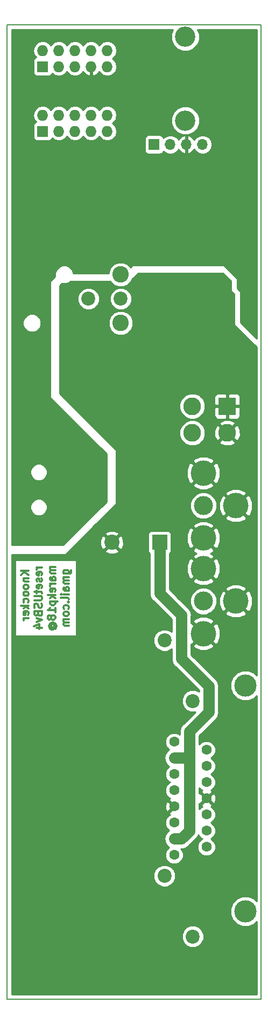
<source format=gbr>
G04 #@! TF.GenerationSoftware,KiCad,Pcbnew,(5.0.0-rc2-dev-311-g1dd4af297)*
G04 #@! TF.CreationDate,2018-06-08T08:48:50+02:00*
G04 #@! TF.ProjectId,resetUSB,72657365745553422E6B696361645F70,1.0*
G04 #@! TF.SameCoordinates,PX6ad8e7cPY2bcdfd4*
G04 #@! TF.FileFunction,Copper,L2,Bot,Signal*
G04 #@! TF.FilePolarity,Positive*
%FSLAX46Y46*%
G04 Gerber Fmt 4.6, Leading zero omitted, Abs format (unit mm)*
G04 Created by KiCad (PCBNEW (5.0.0-rc2-dev-311-g1dd4af297)) date 06/08/18 08:48:50*
%MOMM*%
%LPD*%
G01*
G04 APERTURE LIST*
%ADD10C,0.200000*%
%ADD11C,0.300000*%
%ADD12C,4.000000*%
%ADD13C,3.000000*%
%ADD14C,3.500000*%
%ADD15C,1.600000*%
%ADD16C,2.200000*%
%ADD17C,2.800000*%
%ADD18R,2.800000X2.800000*%
%ADD19C,2.600000*%
%ADD20C,3.200000*%
%ADD21C,2.400000*%
%ADD22R,2.400000X2.400000*%
%ADD23O,1.727200X1.727200*%
%ADD24R,1.727200X1.727200*%
%ADD25O,1.700000X1.700000*%
%ADD26R,1.700000X1.700000*%
%ADD27C,1.300000*%
%ADD28C,1.800000*%
%ADD29C,0.254000*%
G04 APERTURE END LIST*
D10*
X0Y0D02*
X0Y-153000000D01*
X40000000Y0D02*
X0Y0D01*
X40000000Y-153000000D02*
X40000000Y0D01*
X0Y-153000000D02*
X40000000Y-153000000D01*
D11*
X3392857Y-85714285D02*
X2192857Y-85714285D01*
X3392857Y-86400000D02*
X2707142Y-85885714D01*
X2192857Y-86400000D02*
X2878571Y-85714285D01*
X2592857Y-86914285D02*
X3392857Y-86914285D01*
X2707142Y-86914285D02*
X2650000Y-86971428D01*
X2592857Y-87085714D01*
X2592857Y-87257142D01*
X2650000Y-87371428D01*
X2764285Y-87428571D01*
X3392857Y-87428571D01*
X3392857Y-88171428D02*
X3335714Y-88057142D01*
X3278571Y-88000000D01*
X3164285Y-87942857D01*
X2821428Y-87942857D01*
X2707142Y-88000000D01*
X2650000Y-88057142D01*
X2592857Y-88171428D01*
X2592857Y-88342857D01*
X2650000Y-88457142D01*
X2707142Y-88514285D01*
X2821428Y-88571428D01*
X3164285Y-88571428D01*
X3278571Y-88514285D01*
X3335714Y-88457142D01*
X3392857Y-88342857D01*
X3392857Y-88171428D01*
X3392857Y-89257142D02*
X3335714Y-89142857D01*
X3278571Y-89085714D01*
X3164285Y-89028571D01*
X2821428Y-89028571D01*
X2707142Y-89085714D01*
X2650000Y-89142857D01*
X2592857Y-89257142D01*
X2592857Y-89428571D01*
X2650000Y-89542857D01*
X2707142Y-89600000D01*
X2821428Y-89657142D01*
X3164285Y-89657142D01*
X3278571Y-89600000D01*
X3335714Y-89542857D01*
X3392857Y-89428571D01*
X3392857Y-89257142D01*
X3335714Y-90685714D02*
X3392857Y-90571428D01*
X3392857Y-90342857D01*
X3335714Y-90228571D01*
X3278571Y-90171428D01*
X3164285Y-90114285D01*
X2821428Y-90114285D01*
X2707142Y-90171428D01*
X2650000Y-90228571D01*
X2592857Y-90342857D01*
X2592857Y-90571428D01*
X2650000Y-90685714D01*
X3392857Y-91200000D02*
X2192857Y-91200000D01*
X2935714Y-91314285D02*
X3392857Y-91657142D01*
X2592857Y-91657142D02*
X3050000Y-91200000D01*
X3335714Y-92628571D02*
X3392857Y-92514285D01*
X3392857Y-92285714D01*
X3335714Y-92171428D01*
X3221428Y-92114285D01*
X2764285Y-92114285D01*
X2650000Y-92171428D01*
X2592857Y-92285714D01*
X2592857Y-92514285D01*
X2650000Y-92628571D01*
X2764285Y-92685714D01*
X2878571Y-92685714D01*
X2992857Y-92114285D01*
X3392857Y-93200000D02*
X2592857Y-93200000D01*
X2821428Y-93200000D02*
X2707142Y-93257142D01*
X2650000Y-93314285D01*
X2592857Y-93428571D01*
X2592857Y-93542857D01*
X5492857Y-85228571D02*
X4692857Y-85228571D01*
X4921428Y-85228571D02*
X4807142Y-85285714D01*
X4750000Y-85342857D01*
X4692857Y-85457142D01*
X4692857Y-85571428D01*
X5435714Y-86428571D02*
X5492857Y-86314285D01*
X5492857Y-86085714D01*
X5435714Y-85971428D01*
X5321428Y-85914285D01*
X4864285Y-85914285D01*
X4750000Y-85971428D01*
X4692857Y-86085714D01*
X4692857Y-86314285D01*
X4750000Y-86428571D01*
X4864285Y-86485714D01*
X4978571Y-86485714D01*
X5092857Y-85914285D01*
X5435714Y-86942857D02*
X5492857Y-87057142D01*
X5492857Y-87285714D01*
X5435714Y-87400000D01*
X5321428Y-87457142D01*
X5264285Y-87457142D01*
X5150000Y-87400000D01*
X5092857Y-87285714D01*
X5092857Y-87114285D01*
X5035714Y-87000000D01*
X4921428Y-86942857D01*
X4864285Y-86942857D01*
X4750000Y-87000000D01*
X4692857Y-87114285D01*
X4692857Y-87285714D01*
X4750000Y-87400000D01*
X5435714Y-88428571D02*
X5492857Y-88314285D01*
X5492857Y-88085714D01*
X5435714Y-87971428D01*
X5321428Y-87914285D01*
X4864285Y-87914285D01*
X4750000Y-87971428D01*
X4692857Y-88085714D01*
X4692857Y-88314285D01*
X4750000Y-88428571D01*
X4864285Y-88485714D01*
X4978571Y-88485714D01*
X5092857Y-87914285D01*
X4692857Y-88828571D02*
X4692857Y-89285714D01*
X4292857Y-89000000D02*
X5321428Y-89000000D01*
X5435714Y-89057142D01*
X5492857Y-89171428D01*
X5492857Y-89285714D01*
X4292857Y-89685714D02*
X5264285Y-89685714D01*
X5378571Y-89742857D01*
X5435714Y-89800000D01*
X5492857Y-89914285D01*
X5492857Y-90142857D01*
X5435714Y-90257142D01*
X5378571Y-90314285D01*
X5264285Y-90371428D01*
X4292857Y-90371428D01*
X5435714Y-90885714D02*
X5492857Y-91057142D01*
X5492857Y-91342857D01*
X5435714Y-91457142D01*
X5378571Y-91514285D01*
X5264285Y-91571428D01*
X5150000Y-91571428D01*
X5035714Y-91514285D01*
X4978571Y-91457142D01*
X4921428Y-91342857D01*
X4864285Y-91114285D01*
X4807142Y-91000000D01*
X4750000Y-90942857D01*
X4635714Y-90885714D01*
X4521428Y-90885714D01*
X4407142Y-90942857D01*
X4350000Y-91000000D01*
X4292857Y-91114285D01*
X4292857Y-91400000D01*
X4350000Y-91571428D01*
X4864285Y-92485714D02*
X4921428Y-92657142D01*
X4978571Y-92714285D01*
X5092857Y-92771428D01*
X5264285Y-92771428D01*
X5378571Y-92714285D01*
X5435714Y-92657142D01*
X5492857Y-92542857D01*
X5492857Y-92085714D01*
X4292857Y-92085714D01*
X4292857Y-92485714D01*
X4350000Y-92600000D01*
X4407142Y-92657142D01*
X4521428Y-92714285D01*
X4635714Y-92714285D01*
X4750000Y-92657142D01*
X4807142Y-92600000D01*
X4864285Y-92485714D01*
X4864285Y-92085714D01*
X4692857Y-93171428D02*
X5492857Y-93457142D01*
X4692857Y-93742857D01*
X4692857Y-94714285D02*
X5492857Y-94714285D01*
X4235714Y-94428571D02*
X5092857Y-94142857D01*
X5092857Y-94885714D01*
X7592857Y-85114285D02*
X6792857Y-85114285D01*
X6907142Y-85114285D02*
X6850000Y-85171428D01*
X6792857Y-85285714D01*
X6792857Y-85457142D01*
X6850000Y-85571428D01*
X6964285Y-85628571D01*
X7592857Y-85628571D01*
X6964285Y-85628571D02*
X6850000Y-85685714D01*
X6792857Y-85800000D01*
X6792857Y-85971428D01*
X6850000Y-86085714D01*
X6964285Y-86142857D01*
X7592857Y-86142857D01*
X7592857Y-87228571D02*
X6964285Y-87228571D01*
X6850000Y-87171428D01*
X6792857Y-87057142D01*
X6792857Y-86828571D01*
X6850000Y-86714285D01*
X7535714Y-87228571D02*
X7592857Y-87114285D01*
X7592857Y-86828571D01*
X7535714Y-86714285D01*
X7421428Y-86657142D01*
X7307142Y-86657142D01*
X7192857Y-86714285D01*
X7135714Y-86828571D01*
X7135714Y-87114285D01*
X7078571Y-87228571D01*
X7592857Y-87800000D02*
X6792857Y-87800000D01*
X7021428Y-87800000D02*
X6907142Y-87857142D01*
X6850000Y-87914285D01*
X6792857Y-88028571D01*
X6792857Y-88142857D01*
X7535714Y-89000000D02*
X7592857Y-88885714D01*
X7592857Y-88657142D01*
X7535714Y-88542857D01*
X7421428Y-88485714D01*
X6964285Y-88485714D01*
X6850000Y-88542857D01*
X6792857Y-88657142D01*
X6792857Y-88885714D01*
X6850000Y-89000000D01*
X6964285Y-89057142D01*
X7078571Y-89057142D01*
X7192857Y-88485714D01*
X7592857Y-89571428D02*
X6392857Y-89571428D01*
X7135714Y-89685714D02*
X7592857Y-90028571D01*
X6792857Y-90028571D02*
X7250000Y-89571428D01*
X6792857Y-90542857D02*
X7992857Y-90542857D01*
X6850000Y-90542857D02*
X6792857Y-90657142D01*
X6792857Y-90885714D01*
X6850000Y-91000000D01*
X6907142Y-91057142D01*
X7021428Y-91114285D01*
X7364285Y-91114285D01*
X7478571Y-91057142D01*
X7535714Y-91000000D01*
X7592857Y-90885714D01*
X7592857Y-90657142D01*
X7535714Y-90542857D01*
X7592857Y-92257142D02*
X7592857Y-91571428D01*
X7592857Y-91914285D02*
X6392857Y-91914285D01*
X6564285Y-91800000D01*
X6678571Y-91685714D01*
X6735714Y-91571428D01*
X6907142Y-92942857D02*
X6850000Y-92828571D01*
X6792857Y-92771428D01*
X6678571Y-92714285D01*
X6621428Y-92714285D01*
X6507142Y-92771428D01*
X6450000Y-92828571D01*
X6392857Y-92942857D01*
X6392857Y-93171428D01*
X6450000Y-93285714D01*
X6507142Y-93342857D01*
X6621428Y-93400000D01*
X6678571Y-93400000D01*
X6792857Y-93342857D01*
X6850000Y-93285714D01*
X6907142Y-93171428D01*
X6907142Y-92942857D01*
X6964285Y-92828571D01*
X7021428Y-92771428D01*
X7135714Y-92714285D01*
X7364285Y-92714285D01*
X7478571Y-92771428D01*
X7535714Y-92828571D01*
X7592857Y-92942857D01*
X7592857Y-93171428D01*
X7535714Y-93285714D01*
X7478571Y-93342857D01*
X7364285Y-93400000D01*
X7135714Y-93400000D01*
X7021428Y-93342857D01*
X6964285Y-93285714D01*
X6907142Y-93171428D01*
X7021428Y-94657142D02*
X6964285Y-94600000D01*
X6907142Y-94485714D01*
X6907142Y-94371428D01*
X6964285Y-94257142D01*
X7021428Y-94200000D01*
X7135714Y-94142857D01*
X7250000Y-94142857D01*
X7364285Y-94200000D01*
X7421428Y-94257142D01*
X7478571Y-94371428D01*
X7478571Y-94485714D01*
X7421428Y-94600000D01*
X7364285Y-94657142D01*
X6907142Y-94657142D02*
X7364285Y-94657142D01*
X7421428Y-94714285D01*
X7421428Y-94771428D01*
X7364285Y-94885714D01*
X7250000Y-94942857D01*
X6964285Y-94942857D01*
X6792857Y-94828571D01*
X6678571Y-94657142D01*
X6621428Y-94428571D01*
X6678571Y-94200000D01*
X6792857Y-94028571D01*
X6964285Y-93914285D01*
X7192857Y-93857142D01*
X7421428Y-93914285D01*
X7592857Y-94028571D01*
X7707142Y-94200000D01*
X7764285Y-94428571D01*
X7707142Y-94657142D01*
X7592857Y-94828571D01*
X8892857Y-86171428D02*
X9864285Y-86171428D01*
X9978571Y-86114285D01*
X10035714Y-86057142D01*
X10092857Y-85942857D01*
X10092857Y-85771428D01*
X10035714Y-85657142D01*
X9635714Y-86171428D02*
X9692857Y-86057142D01*
X9692857Y-85828571D01*
X9635714Y-85714285D01*
X9578571Y-85657142D01*
X9464285Y-85600000D01*
X9121428Y-85600000D01*
X9007142Y-85657142D01*
X8950000Y-85714285D01*
X8892857Y-85828571D01*
X8892857Y-86057142D01*
X8950000Y-86171428D01*
X9692857Y-86742857D02*
X8892857Y-86742857D01*
X9007142Y-86742857D02*
X8950000Y-86800000D01*
X8892857Y-86914285D01*
X8892857Y-87085714D01*
X8950000Y-87200000D01*
X9064285Y-87257142D01*
X9692857Y-87257142D01*
X9064285Y-87257142D02*
X8950000Y-87314285D01*
X8892857Y-87428571D01*
X8892857Y-87600000D01*
X8950000Y-87714285D01*
X9064285Y-87771428D01*
X9692857Y-87771428D01*
X9692857Y-88857142D02*
X9064285Y-88857142D01*
X8950000Y-88800000D01*
X8892857Y-88685714D01*
X8892857Y-88457142D01*
X8950000Y-88342857D01*
X9635714Y-88857142D02*
X9692857Y-88742857D01*
X9692857Y-88457142D01*
X9635714Y-88342857D01*
X9521428Y-88285714D01*
X9407142Y-88285714D01*
X9292857Y-88342857D01*
X9235714Y-88457142D01*
X9235714Y-88742857D01*
X9178571Y-88857142D01*
X9692857Y-89428571D02*
X8892857Y-89428571D01*
X8492857Y-89428571D02*
X8550000Y-89371428D01*
X8607142Y-89428571D01*
X8550000Y-89485714D01*
X8492857Y-89428571D01*
X8607142Y-89428571D01*
X9692857Y-90171428D02*
X9635714Y-90057142D01*
X9521428Y-90000000D01*
X8492857Y-90000000D01*
X9578571Y-90628571D02*
X9635714Y-90685714D01*
X9692857Y-90628571D01*
X9635714Y-90571428D01*
X9578571Y-90628571D01*
X9692857Y-90628571D01*
X9635714Y-91714285D02*
X9692857Y-91600000D01*
X9692857Y-91371428D01*
X9635714Y-91257142D01*
X9578571Y-91200000D01*
X9464285Y-91142857D01*
X9121428Y-91142857D01*
X9007142Y-91200000D01*
X8950000Y-91257142D01*
X8892857Y-91371428D01*
X8892857Y-91600000D01*
X8950000Y-91714285D01*
X9692857Y-92400000D02*
X9635714Y-92285714D01*
X9578571Y-92228571D01*
X9464285Y-92171428D01*
X9121428Y-92171428D01*
X9007142Y-92228571D01*
X8950000Y-92285714D01*
X8892857Y-92400000D01*
X8892857Y-92571428D01*
X8950000Y-92685714D01*
X9007142Y-92742857D01*
X9121428Y-92800000D01*
X9464285Y-92800000D01*
X9578571Y-92742857D01*
X9635714Y-92685714D01*
X9692857Y-92571428D01*
X9692857Y-92400000D01*
X9692857Y-93314285D02*
X8892857Y-93314285D01*
X9007142Y-93314285D02*
X8950000Y-93371428D01*
X8892857Y-93485714D01*
X8892857Y-93657142D01*
X8950000Y-93771428D01*
X9064285Y-93828571D01*
X9692857Y-93828571D01*
X9064285Y-93828571D02*
X8950000Y-93885714D01*
X8892857Y-94000000D01*
X8892857Y-94171428D01*
X8950000Y-94285714D01*
X9064285Y-94342857D01*
X9692857Y-94342857D01*
D12*
X36000000Y-75492000D03*
D13*
X30900000Y-75492000D03*
D12*
X30900000Y-80592000D03*
X30900000Y-70392000D03*
X30900000Y-85392000D03*
X30900000Y-95592000D03*
D13*
X30900000Y-90492000D03*
D12*
X36000000Y-90492000D03*
D14*
X37508000Y-103750000D03*
X37508000Y-139250000D03*
D15*
X26308000Y-130385000D03*
X26308000Y-127845000D03*
X26308000Y-125305000D03*
X26308000Y-122765000D03*
X26308000Y-120225000D03*
X26308000Y-117685000D03*
X26308000Y-115145000D03*
X26308000Y-112605000D03*
X31388000Y-129115000D03*
X31388000Y-126575000D03*
X31388000Y-124035000D03*
X31388000Y-113875000D03*
X31388000Y-116415000D03*
X31388000Y-118955000D03*
X31388000Y-121495000D03*
D16*
X24770000Y-133650000D03*
X29210000Y-143180000D03*
D17*
X29158000Y-64075000D03*
X29158000Y-59875000D03*
X34658000Y-64075000D03*
D18*
X34658000Y-59875000D03*
D16*
X12810000Y-43000000D03*
X17890000Y-43000000D03*
D19*
X17890000Y-46810000D03*
X17890000Y-39190000D03*
D20*
X28043500Y-1853500D03*
X28043500Y-14993500D03*
D21*
X16500000Y-81280000D03*
D22*
X24000000Y-81280000D03*
D16*
X24770000Y-96650000D03*
X29210000Y-106180000D03*
D23*
X15774000Y-3989000D03*
X15774000Y-6529000D03*
X13234000Y-3989000D03*
X13234000Y-6529000D03*
X10694000Y-3989000D03*
X10694000Y-6529000D03*
X8154000Y-3989000D03*
X8154000Y-6529000D03*
X5614000Y-3989000D03*
D24*
X5614000Y-6529000D03*
D23*
X15774000Y-14149000D03*
X15774000Y-16689000D03*
X13234000Y-14149000D03*
X13234000Y-16689000D03*
X10694000Y-14149000D03*
X10694000Y-16689000D03*
X8154000Y-14149000D03*
X8154000Y-16689000D03*
X5614000Y-14149000D03*
D24*
X5614000Y-16689000D03*
D25*
X30760000Y-18761000D03*
X28220000Y-18761000D03*
X25680000Y-18761000D03*
D26*
X23140000Y-18761000D03*
D27*
X36917498Y-33701500D03*
X14518000Y-73618000D03*
X5293802Y-21854010D03*
X17348800Y-20853600D03*
X31748859Y-25547541D03*
X14454207Y-34838191D03*
D28*
X31750000Y-107950000D02*
X28702000Y-110998000D01*
X31750000Y-103886000D02*
X31750000Y-107950000D01*
X27432000Y-99568000D02*
X31750000Y-103886000D01*
X24000000Y-81280000D02*
X24000000Y-89278000D01*
X28702000Y-110998000D02*
X28702000Y-115062000D01*
X27432000Y-92710000D02*
X27432000Y-99568000D01*
X24000000Y-89278000D02*
X27432000Y-92710000D01*
X28702000Y-115062000D02*
X28702000Y-126582370D01*
X26308000Y-115145000D02*
X28619000Y-115145000D01*
X28619000Y-115145000D02*
X28702000Y-115062000D01*
X28702000Y-126582370D02*
X27439370Y-127845000D01*
X27439370Y-127845000D02*
X26308000Y-127845000D01*
D29*
G36*
X35180571Y-40184606D02*
X35180571Y-41656000D01*
X35190238Y-41704601D01*
X35217768Y-41745803D01*
X35688571Y-42216606D01*
X35688571Y-46990000D01*
X35698238Y-47038601D01*
X35725752Y-47079786D01*
X39265001Y-50620322D01*
X39265000Y-102134101D01*
X38858994Y-101728095D01*
X37982406Y-101365000D01*
X37033594Y-101365000D01*
X36157006Y-101728095D01*
X35486095Y-102399006D01*
X35123000Y-103275594D01*
X35123000Y-104224406D01*
X35486095Y-105100994D01*
X36157006Y-105771905D01*
X37033594Y-106135000D01*
X37982406Y-106135000D01*
X38858994Y-105771905D01*
X39265000Y-105365899D01*
X39265000Y-137634101D01*
X38858994Y-137228095D01*
X37982406Y-136865000D01*
X37033594Y-136865000D01*
X36157006Y-137228095D01*
X35486095Y-137899006D01*
X35123000Y-138775594D01*
X35123000Y-139724406D01*
X35486095Y-140600994D01*
X36157006Y-141271905D01*
X37033594Y-141635000D01*
X37982406Y-141635000D01*
X38858994Y-141271905D01*
X39265000Y-140865899D01*
X39265000Y-152265000D01*
X735000Y-152265000D01*
X735000Y-142834887D01*
X27475000Y-142834887D01*
X27475000Y-143525113D01*
X27739138Y-144162799D01*
X28227201Y-144650862D01*
X28864887Y-144915000D01*
X29555113Y-144915000D01*
X30192799Y-144650862D01*
X30680862Y-144162799D01*
X30945000Y-143525113D01*
X30945000Y-142834887D01*
X30680862Y-142197201D01*
X30192799Y-141709138D01*
X29555113Y-141445000D01*
X28864887Y-141445000D01*
X28227201Y-141709138D01*
X27739138Y-142197201D01*
X27475000Y-142834887D01*
X735000Y-142834887D01*
X735000Y-133304887D01*
X23035000Y-133304887D01*
X23035000Y-133995113D01*
X23299138Y-134632799D01*
X23787201Y-135120862D01*
X24424887Y-135385000D01*
X25115113Y-135385000D01*
X25752799Y-135120862D01*
X26240862Y-134632799D01*
X26505000Y-133995113D01*
X26505000Y-133304887D01*
X26240862Y-132667201D01*
X25752799Y-132179138D01*
X25115113Y-131915000D01*
X24424887Y-131915000D01*
X23787201Y-132179138D01*
X23299138Y-132667201D01*
X23035000Y-133304887D01*
X735000Y-133304887D01*
X735000Y-122548223D01*
X24861035Y-122548223D01*
X24888222Y-123118454D01*
X25054136Y-123519005D01*
X25300255Y-123593139D01*
X26128395Y-122765000D01*
X25300255Y-121936861D01*
X25054136Y-122010995D01*
X24861035Y-122548223D01*
X735000Y-122548223D01*
X735000Y-84043571D01*
X1276000Y-84043571D01*
X1276000Y-95956428D01*
X10946000Y-95956428D01*
X10946000Y-84043571D01*
X1276000Y-84043571D01*
X735000Y-84043571D01*
X735000Y-83185000D01*
X9144000Y-83185000D01*
X9192601Y-83175333D01*
X9233803Y-83147803D01*
X9804431Y-82577175D01*
X15382430Y-82577175D01*
X15505565Y-82864788D01*
X16187734Y-83124707D01*
X16917443Y-83103786D01*
X17494435Y-82864788D01*
X17617570Y-82577175D01*
X16500000Y-81459605D01*
X15382430Y-82577175D01*
X9804431Y-82577175D01*
X11413872Y-80967734D01*
X14655293Y-80967734D01*
X14676214Y-81697443D01*
X14915212Y-82274435D01*
X15202825Y-82397570D01*
X16320395Y-81280000D01*
X16679605Y-81280000D01*
X17797175Y-82397570D01*
X18084788Y-82274435D01*
X18344707Y-81592266D01*
X18323786Y-80862557D01*
X18084788Y-80285565D01*
X17797175Y-80162430D01*
X16679605Y-81280000D01*
X16320395Y-81280000D01*
X15202825Y-80162430D01*
X14915212Y-80285565D01*
X14655293Y-80967734D01*
X11413872Y-80967734D01*
X12398781Y-79982825D01*
X15382430Y-79982825D01*
X16500000Y-81100395D01*
X17520395Y-80080000D01*
X22152560Y-80080000D01*
X22152560Y-82480000D01*
X22201843Y-82727765D01*
X22342191Y-82937809D01*
X22465000Y-83019868D01*
X22465001Y-89126818D01*
X22434929Y-89278000D01*
X22465001Y-89429182D01*
X22554063Y-89876927D01*
X22893328Y-90384673D01*
X23021493Y-90470310D01*
X25897000Y-93345818D01*
X25897000Y-95323339D01*
X25752799Y-95179138D01*
X25115113Y-94915000D01*
X24424887Y-94915000D01*
X23787201Y-95179138D01*
X23299138Y-95667201D01*
X23035000Y-96304887D01*
X23035000Y-96995113D01*
X23299138Y-97632799D01*
X23787201Y-98120862D01*
X24424887Y-98385000D01*
X25115113Y-98385000D01*
X25752799Y-98120862D01*
X25897001Y-97976660D01*
X25897001Y-99416818D01*
X25866929Y-99568000D01*
X25897001Y-99719182D01*
X25986063Y-100166927D01*
X26325328Y-100674673D01*
X26453493Y-100760310D01*
X30215000Y-104521818D01*
X30215000Y-104731339D01*
X30192799Y-104709138D01*
X29555113Y-104445000D01*
X28864887Y-104445000D01*
X28227201Y-104709138D01*
X27739138Y-105197201D01*
X27475000Y-105834887D01*
X27475000Y-106525113D01*
X27739138Y-107162799D01*
X28227201Y-107650862D01*
X28864887Y-107915000D01*
X29555113Y-107915000D01*
X29655951Y-107873232D01*
X27723495Y-109805688D01*
X27595327Y-109891327D01*
X27256062Y-110399074D01*
X27167000Y-110846819D01*
X27167000Y-110846823D01*
X27136929Y-110998000D01*
X27167000Y-111149177D01*
X27167000Y-111434604D01*
X27120862Y-111388466D01*
X26593439Y-111170000D01*
X26022561Y-111170000D01*
X25495138Y-111388466D01*
X25091466Y-111792138D01*
X24873000Y-112319561D01*
X24873000Y-112890439D01*
X25091466Y-113417862D01*
X25495138Y-113821534D01*
X25514054Y-113829369D01*
X25201327Y-114038327D01*
X24862062Y-114546073D01*
X24742928Y-115145000D01*
X24862062Y-115743927D01*
X25201327Y-116251673D01*
X25514054Y-116460631D01*
X25495138Y-116468466D01*
X25091466Y-116872138D01*
X24873000Y-117399561D01*
X24873000Y-117970439D01*
X25091466Y-118497862D01*
X25495138Y-118901534D01*
X25624216Y-118955000D01*
X25495138Y-119008466D01*
X25091466Y-119412138D01*
X24873000Y-119939561D01*
X24873000Y-120510439D01*
X25091466Y-121037862D01*
X25495138Y-121441534D01*
X25608583Y-121488525D01*
X25553995Y-121511136D01*
X25479861Y-121757255D01*
X26308000Y-122585395D01*
X26322142Y-122571252D01*
X26501748Y-122750858D01*
X26487605Y-122765000D01*
X26501748Y-122779142D01*
X26322142Y-122958748D01*
X26308000Y-122944605D01*
X25479861Y-123772745D01*
X25553995Y-124018864D01*
X25612448Y-124039874D01*
X25495138Y-124088466D01*
X25091466Y-124492138D01*
X24873000Y-125019561D01*
X24873000Y-125590439D01*
X25091466Y-126117862D01*
X25495138Y-126521534D01*
X25514054Y-126529369D01*
X25201327Y-126738327D01*
X24862062Y-127246073D01*
X24742928Y-127845000D01*
X24862062Y-128443927D01*
X25201327Y-128951673D01*
X25514054Y-129160631D01*
X25495138Y-129168466D01*
X25091466Y-129572138D01*
X24873000Y-130099561D01*
X24873000Y-130670439D01*
X25091466Y-131197862D01*
X25495138Y-131601534D01*
X26022561Y-131820000D01*
X26593439Y-131820000D01*
X27120862Y-131601534D01*
X27524534Y-131197862D01*
X27743000Y-130670439D01*
X27743000Y-130099561D01*
X27524534Y-129572138D01*
X27343372Y-129390976D01*
X27439370Y-129410071D01*
X27590547Y-129380000D01*
X27590552Y-129380000D01*
X28038297Y-129290938D01*
X28546043Y-128951673D01*
X28631682Y-128823505D01*
X29680507Y-127774681D01*
X29808673Y-127689043D01*
X30109643Y-127238609D01*
X30171466Y-127387862D01*
X30575138Y-127791534D01*
X30704216Y-127845000D01*
X30575138Y-127898466D01*
X30171466Y-128302138D01*
X29953000Y-128829561D01*
X29953000Y-129400439D01*
X30171466Y-129927862D01*
X30575138Y-130331534D01*
X31102561Y-130550000D01*
X31673439Y-130550000D01*
X32200862Y-130331534D01*
X32604534Y-129927862D01*
X32823000Y-129400439D01*
X32823000Y-128829561D01*
X32604534Y-128302138D01*
X32200862Y-127898466D01*
X32071784Y-127845000D01*
X32200862Y-127791534D01*
X32604534Y-127387862D01*
X32823000Y-126860439D01*
X32823000Y-126289561D01*
X32604534Y-125762138D01*
X32200862Y-125358466D01*
X32071784Y-125305000D01*
X32200862Y-125251534D01*
X32604534Y-124847862D01*
X32823000Y-124320439D01*
X32823000Y-123749561D01*
X32604534Y-123222138D01*
X32200862Y-122818466D01*
X32087417Y-122771475D01*
X32142005Y-122748864D01*
X32216139Y-122502745D01*
X31388000Y-121674605D01*
X30559861Y-122502745D01*
X30633995Y-122748864D01*
X30692448Y-122769874D01*
X30575138Y-122818466D01*
X30237000Y-123156604D01*
X30237000Y-122279989D01*
X30380255Y-122323139D01*
X31208395Y-121495000D01*
X31567605Y-121495000D01*
X32395745Y-122323139D01*
X32641864Y-122249005D01*
X32834965Y-121711777D01*
X32807778Y-121141546D01*
X32641864Y-120740995D01*
X32395745Y-120666861D01*
X31567605Y-121495000D01*
X31208395Y-121495000D01*
X30380255Y-120666861D01*
X30237000Y-120710011D01*
X30237000Y-119833396D01*
X30575138Y-120171534D01*
X30688583Y-120218525D01*
X30633995Y-120241136D01*
X30559861Y-120487255D01*
X31388000Y-121315395D01*
X32216139Y-120487255D01*
X32142005Y-120241136D01*
X32083552Y-120220126D01*
X32200862Y-120171534D01*
X32604534Y-119767862D01*
X32823000Y-119240439D01*
X32823000Y-118669561D01*
X32604534Y-118142138D01*
X32200862Y-117738466D01*
X32071784Y-117685000D01*
X32200862Y-117631534D01*
X32604534Y-117227862D01*
X32823000Y-116700439D01*
X32823000Y-116129561D01*
X32604534Y-115602138D01*
X32200862Y-115198466D01*
X32071784Y-115145000D01*
X32200862Y-115091534D01*
X32604534Y-114687862D01*
X32823000Y-114160439D01*
X32823000Y-113589561D01*
X32604534Y-113062138D01*
X32200862Y-112658466D01*
X31673439Y-112440000D01*
X31102561Y-112440000D01*
X30575138Y-112658466D01*
X30237000Y-112996604D01*
X30237000Y-111633817D01*
X32728507Y-109142310D01*
X32856673Y-109056673D01*
X33195938Y-108548927D01*
X33285000Y-108101182D01*
X33285000Y-108101181D01*
X33315072Y-107950000D01*
X33285000Y-107798819D01*
X33285000Y-104037176D01*
X33315071Y-103885999D01*
X33285000Y-103734822D01*
X33285000Y-103734818D01*
X33195938Y-103287073D01*
X32856673Y-102779327D01*
X32728508Y-102693690D01*
X28967000Y-98932183D01*
X28967000Y-97467022D01*
X29204584Y-97467022D01*
X29425353Y-97837743D01*
X30397012Y-98231119D01*
X31445247Y-98222713D01*
X32374647Y-97837743D01*
X32595416Y-97467022D01*
X30900000Y-95771605D01*
X29204584Y-97467022D01*
X28967000Y-97467022D01*
X28967000Y-97252889D01*
X29024978Y-97287416D01*
X30720395Y-95592000D01*
X31079605Y-95592000D01*
X32775022Y-97287416D01*
X33145743Y-97066647D01*
X33539119Y-96094988D01*
X33530713Y-95046753D01*
X33145743Y-94117353D01*
X32775022Y-93896584D01*
X31079605Y-95592000D01*
X30720395Y-95592000D01*
X29024978Y-93896584D01*
X28967000Y-93931111D01*
X28967000Y-93716978D01*
X29204584Y-93716978D01*
X30900000Y-95412395D01*
X32595416Y-93716978D01*
X32374647Y-93346257D01*
X31402988Y-92952881D01*
X30354753Y-92961287D01*
X29425353Y-93346257D01*
X29204584Y-93716978D01*
X28967000Y-93716978D01*
X28967000Y-92861181D01*
X28997072Y-92710000D01*
X28928849Y-92367022D01*
X28877938Y-92111073D01*
X28538673Y-91603327D01*
X28410508Y-91517690D01*
X26960140Y-90067322D01*
X28765000Y-90067322D01*
X28765000Y-90916678D01*
X29090034Y-91701380D01*
X29690620Y-92301966D01*
X30475322Y-92627000D01*
X31324678Y-92627000D01*
X31952320Y-92367022D01*
X34304584Y-92367022D01*
X34525353Y-92737743D01*
X35497012Y-93131119D01*
X36545247Y-93122713D01*
X37474647Y-92737743D01*
X37695416Y-92367022D01*
X36000000Y-90671605D01*
X34304584Y-92367022D01*
X31952320Y-92367022D01*
X32109380Y-92301966D01*
X32709966Y-91701380D01*
X33035000Y-90916678D01*
X33035000Y-90067322D01*
X33002563Y-89989012D01*
X33360881Y-89989012D01*
X33369287Y-91037247D01*
X33754257Y-91966647D01*
X34124978Y-92187416D01*
X35820395Y-90492000D01*
X36179605Y-90492000D01*
X37875022Y-92187416D01*
X38245743Y-91966647D01*
X38639119Y-90994988D01*
X38630713Y-89946753D01*
X38245743Y-89017353D01*
X37875022Y-88796584D01*
X36179605Y-90492000D01*
X35820395Y-90492000D01*
X34124978Y-88796584D01*
X33754257Y-89017353D01*
X33360881Y-89989012D01*
X33002563Y-89989012D01*
X32709966Y-89282620D01*
X32109380Y-88682034D01*
X31952321Y-88616978D01*
X34304584Y-88616978D01*
X36000000Y-90312395D01*
X37695416Y-88616978D01*
X37474647Y-88246257D01*
X36502988Y-87852881D01*
X35454753Y-87861287D01*
X34525353Y-88246257D01*
X34304584Y-88616978D01*
X31952321Y-88616978D01*
X31324678Y-88357000D01*
X30475322Y-88357000D01*
X29690620Y-88682034D01*
X29090034Y-89282620D01*
X28765000Y-90067322D01*
X26960140Y-90067322D01*
X25535000Y-88642183D01*
X25535000Y-87267022D01*
X29204584Y-87267022D01*
X29425353Y-87637743D01*
X30397012Y-88031119D01*
X31445247Y-88022713D01*
X32374647Y-87637743D01*
X32595416Y-87267022D01*
X30900000Y-85571605D01*
X29204584Y-87267022D01*
X25535000Y-87267022D01*
X25535000Y-84889012D01*
X28260881Y-84889012D01*
X28269287Y-85937247D01*
X28654257Y-86866647D01*
X29024978Y-87087416D01*
X30720395Y-85392000D01*
X31079605Y-85392000D01*
X32775022Y-87087416D01*
X33145743Y-86866647D01*
X33539119Y-85894988D01*
X33530713Y-84846753D01*
X33145743Y-83917353D01*
X32775022Y-83696584D01*
X31079605Y-85392000D01*
X30720395Y-85392000D01*
X29024978Y-83696584D01*
X28654257Y-83917353D01*
X28260881Y-84889012D01*
X25535000Y-84889012D01*
X25535000Y-83019868D01*
X25657809Y-82937809D01*
X25798157Y-82727765D01*
X25847440Y-82480000D01*
X25847440Y-82467022D01*
X29204584Y-82467022D01*
X29425353Y-82837743D01*
X29802020Y-82990237D01*
X29425353Y-83146257D01*
X29204584Y-83516978D01*
X30900000Y-85212395D01*
X32595416Y-83516978D01*
X32374647Y-83146257D01*
X31997980Y-82993763D01*
X32374647Y-82837743D01*
X32595416Y-82467022D01*
X30900000Y-80771605D01*
X29204584Y-82467022D01*
X25847440Y-82467022D01*
X25847440Y-80089012D01*
X28260881Y-80089012D01*
X28269287Y-81137247D01*
X28654257Y-82066647D01*
X29024978Y-82287416D01*
X30720395Y-80592000D01*
X31079605Y-80592000D01*
X32775022Y-82287416D01*
X33145743Y-82066647D01*
X33539119Y-81094988D01*
X33530713Y-80046753D01*
X33145743Y-79117353D01*
X32775022Y-78896584D01*
X31079605Y-80592000D01*
X30720395Y-80592000D01*
X29024978Y-78896584D01*
X28654257Y-79117353D01*
X28260881Y-80089012D01*
X25847440Y-80089012D01*
X25847440Y-80080000D01*
X25798157Y-79832235D01*
X25657809Y-79622191D01*
X25447765Y-79481843D01*
X25200000Y-79432560D01*
X22800000Y-79432560D01*
X22552235Y-79481843D01*
X22342191Y-79622191D01*
X22201843Y-79832235D01*
X22152560Y-80080000D01*
X17520395Y-80080000D01*
X17617570Y-79982825D01*
X17494435Y-79695212D01*
X16812266Y-79435293D01*
X16082557Y-79456214D01*
X15505565Y-79695212D01*
X15382430Y-79982825D01*
X12398781Y-79982825D01*
X13664628Y-78716978D01*
X29204584Y-78716978D01*
X30900000Y-80412395D01*
X32595416Y-78716978D01*
X32374647Y-78346257D01*
X31402988Y-77952881D01*
X30354753Y-77961287D01*
X29425353Y-78346257D01*
X29204584Y-78716978D01*
X13664628Y-78716978D01*
X17107803Y-75273803D01*
X17135333Y-75232601D01*
X17145000Y-75184000D01*
X17145000Y-75067322D01*
X28765000Y-75067322D01*
X28765000Y-75916678D01*
X29090034Y-76701380D01*
X29690620Y-77301966D01*
X30475322Y-77627000D01*
X31324678Y-77627000D01*
X31952320Y-77367022D01*
X34304584Y-77367022D01*
X34525353Y-77737743D01*
X35497012Y-78131119D01*
X36545247Y-78122713D01*
X37474647Y-77737743D01*
X37695416Y-77367022D01*
X36000000Y-75671605D01*
X34304584Y-77367022D01*
X31952320Y-77367022D01*
X32109380Y-77301966D01*
X32709966Y-76701380D01*
X33035000Y-75916678D01*
X33035000Y-75067322D01*
X33002563Y-74989012D01*
X33360881Y-74989012D01*
X33369287Y-76037247D01*
X33754257Y-76966647D01*
X34124978Y-77187416D01*
X35820395Y-75492000D01*
X36179605Y-75492000D01*
X37875022Y-77187416D01*
X38245743Y-76966647D01*
X38639119Y-75994988D01*
X38630713Y-74946753D01*
X38245743Y-74017353D01*
X37875022Y-73796584D01*
X36179605Y-75492000D01*
X35820395Y-75492000D01*
X34124978Y-73796584D01*
X33754257Y-74017353D01*
X33360881Y-74989012D01*
X33002563Y-74989012D01*
X32709966Y-74282620D01*
X32109380Y-73682034D01*
X31952321Y-73616978D01*
X34304584Y-73616978D01*
X36000000Y-75312395D01*
X37695416Y-73616978D01*
X37474647Y-73246257D01*
X36502988Y-72852881D01*
X35454753Y-72861287D01*
X34525353Y-73246257D01*
X34304584Y-73616978D01*
X31952321Y-73616978D01*
X31324678Y-73357000D01*
X30475322Y-73357000D01*
X29690620Y-73682034D01*
X29090034Y-74282620D01*
X28765000Y-75067322D01*
X17145000Y-75067322D01*
X17145000Y-72267022D01*
X29204584Y-72267022D01*
X29425353Y-72637743D01*
X30397012Y-73031119D01*
X31445247Y-73022713D01*
X32374647Y-72637743D01*
X32595416Y-72267022D01*
X30900000Y-70571605D01*
X29204584Y-72267022D01*
X17145000Y-72267022D01*
X17145000Y-69889012D01*
X28260881Y-69889012D01*
X28269287Y-70937247D01*
X28654257Y-71866647D01*
X29024978Y-72087416D01*
X30720395Y-70392000D01*
X31079605Y-70392000D01*
X32775022Y-72087416D01*
X33145743Y-71866647D01*
X33539119Y-70894988D01*
X33530713Y-69846753D01*
X33145743Y-68917353D01*
X32775022Y-68696584D01*
X31079605Y-70392000D01*
X30720395Y-70392000D01*
X29024978Y-68696584D01*
X28654257Y-68917353D01*
X28260881Y-69889012D01*
X17145000Y-69889012D01*
X17145000Y-68516978D01*
X29204584Y-68516978D01*
X30900000Y-70212395D01*
X32595416Y-68516978D01*
X32374647Y-68146257D01*
X31402988Y-67752881D01*
X30354753Y-67761287D01*
X29425353Y-68146257D01*
X29204584Y-68516978D01*
X17145000Y-68516978D01*
X17145000Y-66802000D01*
X17135333Y-66753399D01*
X17107803Y-66712197D01*
X14065819Y-63670213D01*
X27123000Y-63670213D01*
X27123000Y-64479787D01*
X27432810Y-65227735D01*
X28005265Y-65800190D01*
X28753213Y-66110000D01*
X29562787Y-66110000D01*
X30310735Y-65800190D01*
X30594201Y-65516724D01*
X33395882Y-65516724D01*
X33543455Y-65825106D01*
X34298031Y-66118405D01*
X35107409Y-66100614D01*
X35772545Y-65825106D01*
X35920118Y-65516724D01*
X34658000Y-64254605D01*
X33395882Y-65516724D01*
X30594201Y-65516724D01*
X30883190Y-65227735D01*
X31193000Y-64479787D01*
X31193000Y-63715031D01*
X32614595Y-63715031D01*
X32632386Y-64524409D01*
X32907894Y-65189545D01*
X33216276Y-65337118D01*
X34478395Y-64075000D01*
X34837605Y-64075000D01*
X36099724Y-65337118D01*
X36408106Y-65189545D01*
X36701405Y-64434969D01*
X36683614Y-63625591D01*
X36408106Y-62960455D01*
X36099724Y-62812882D01*
X34837605Y-64075000D01*
X34478395Y-64075000D01*
X33216276Y-62812882D01*
X32907894Y-62960455D01*
X32614595Y-63715031D01*
X31193000Y-63715031D01*
X31193000Y-63670213D01*
X30883190Y-62922265D01*
X30594201Y-62633276D01*
X33395882Y-62633276D01*
X34658000Y-63895395D01*
X35920118Y-62633276D01*
X35772545Y-62324894D01*
X35017969Y-62031595D01*
X34208591Y-62049386D01*
X33543455Y-62324894D01*
X33395882Y-62633276D01*
X30594201Y-62633276D01*
X30310735Y-62349810D01*
X29562787Y-62040000D01*
X28753213Y-62040000D01*
X28005265Y-62349810D01*
X27432810Y-62922265D01*
X27123000Y-63670213D01*
X14065819Y-63670213D01*
X9865819Y-59470213D01*
X27123000Y-59470213D01*
X27123000Y-60279787D01*
X27432810Y-61027735D01*
X28005265Y-61600190D01*
X28753213Y-61910000D01*
X29562787Y-61910000D01*
X30310735Y-61600190D01*
X30883190Y-61027735D01*
X31193000Y-60279787D01*
X31193000Y-60160750D01*
X32623000Y-60160750D01*
X32623000Y-61401309D01*
X32719673Y-61634698D01*
X32898301Y-61813327D01*
X33131690Y-61910000D01*
X34372250Y-61910000D01*
X34531000Y-61751250D01*
X34531000Y-60002000D01*
X34785000Y-60002000D01*
X34785000Y-61751250D01*
X34943750Y-61910000D01*
X36184310Y-61910000D01*
X36417699Y-61813327D01*
X36596327Y-61634698D01*
X36693000Y-61401309D01*
X36693000Y-60160750D01*
X36534250Y-60002000D01*
X34785000Y-60002000D01*
X34531000Y-60002000D01*
X32781750Y-60002000D01*
X32623000Y-60160750D01*
X31193000Y-60160750D01*
X31193000Y-59470213D01*
X30883190Y-58722265D01*
X30509616Y-58348691D01*
X32623000Y-58348691D01*
X32623000Y-59589250D01*
X32781750Y-59748000D01*
X34531000Y-59748000D01*
X34531000Y-57998750D01*
X34785000Y-57998750D01*
X34785000Y-59748000D01*
X36534250Y-59748000D01*
X36693000Y-59589250D01*
X36693000Y-58348691D01*
X36596327Y-58115302D01*
X36417699Y-57936673D01*
X36184310Y-57840000D01*
X34943750Y-57840000D01*
X34785000Y-57998750D01*
X34531000Y-57998750D01*
X34372250Y-57840000D01*
X33131690Y-57840000D01*
X32898301Y-57936673D01*
X32719673Y-58115302D01*
X32623000Y-58348691D01*
X30509616Y-58348691D01*
X30310735Y-58149810D01*
X29562787Y-57840000D01*
X28753213Y-57840000D01*
X28005265Y-58149810D01*
X27432810Y-58722265D01*
X27123000Y-59470213D01*
X9865819Y-59470213D01*
X8255000Y-57859394D01*
X8255000Y-46425105D01*
X15955000Y-46425105D01*
X15955000Y-47194895D01*
X16249586Y-47906090D01*
X16793910Y-48450414D01*
X17505105Y-48745000D01*
X18274895Y-48745000D01*
X18986090Y-48450414D01*
X19530414Y-47906090D01*
X19825000Y-47194895D01*
X19825000Y-46425105D01*
X19530414Y-45713910D01*
X18986090Y-45169586D01*
X18274895Y-44875000D01*
X17505105Y-44875000D01*
X16793910Y-45169586D01*
X16249586Y-45713910D01*
X15955000Y-46425105D01*
X8255000Y-46425105D01*
X8255000Y-42654887D01*
X11075000Y-42654887D01*
X11075000Y-43345113D01*
X11339138Y-43982799D01*
X11827201Y-44470862D01*
X12464887Y-44735000D01*
X13155113Y-44735000D01*
X13792799Y-44470862D01*
X14280862Y-43982799D01*
X14545000Y-43345113D01*
X14545000Y-42654887D01*
X16155000Y-42654887D01*
X16155000Y-43345113D01*
X16419138Y-43982799D01*
X16907201Y-44470862D01*
X17544887Y-44735000D01*
X18235113Y-44735000D01*
X18872799Y-44470862D01*
X19360862Y-43982799D01*
X19625000Y-43345113D01*
X19625000Y-42654887D01*
X19360862Y-42017201D01*
X18872799Y-41529138D01*
X18235113Y-41265000D01*
X17544887Y-41265000D01*
X16907201Y-41529138D01*
X16419138Y-42017201D01*
X16155000Y-42654887D01*
X14545000Y-42654887D01*
X14280862Y-42017201D01*
X13792799Y-41529138D01*
X13155113Y-41265000D01*
X12464887Y-41265000D01*
X11827201Y-41529138D01*
X11339138Y-42017201D01*
X11075000Y-42654887D01*
X8255000Y-42654887D01*
X8255000Y-40946606D01*
X8617012Y-40584594D01*
X8714561Y-40625000D01*
X9285439Y-40625000D01*
X9812862Y-40406534D01*
X9960396Y-40259000D01*
X16238365Y-40259000D01*
X16249586Y-40286090D01*
X16793910Y-40830414D01*
X17505105Y-41125000D01*
X18274895Y-41125000D01*
X18986090Y-40830414D01*
X19530414Y-40286090D01*
X19671359Y-39945818D01*
X20628177Y-38989000D01*
X33984965Y-38989000D01*
X35180571Y-40184606D01*
X35180571Y-40184606D01*
G37*
X35180571Y-40184606D02*
X35180571Y-41656000D01*
X35190238Y-41704601D01*
X35217768Y-41745803D01*
X35688571Y-42216606D01*
X35688571Y-46990000D01*
X35698238Y-47038601D01*
X35725752Y-47079786D01*
X39265001Y-50620322D01*
X39265000Y-102134101D01*
X38858994Y-101728095D01*
X37982406Y-101365000D01*
X37033594Y-101365000D01*
X36157006Y-101728095D01*
X35486095Y-102399006D01*
X35123000Y-103275594D01*
X35123000Y-104224406D01*
X35486095Y-105100994D01*
X36157006Y-105771905D01*
X37033594Y-106135000D01*
X37982406Y-106135000D01*
X38858994Y-105771905D01*
X39265000Y-105365899D01*
X39265000Y-137634101D01*
X38858994Y-137228095D01*
X37982406Y-136865000D01*
X37033594Y-136865000D01*
X36157006Y-137228095D01*
X35486095Y-137899006D01*
X35123000Y-138775594D01*
X35123000Y-139724406D01*
X35486095Y-140600994D01*
X36157006Y-141271905D01*
X37033594Y-141635000D01*
X37982406Y-141635000D01*
X38858994Y-141271905D01*
X39265000Y-140865899D01*
X39265000Y-152265000D01*
X735000Y-152265000D01*
X735000Y-142834887D01*
X27475000Y-142834887D01*
X27475000Y-143525113D01*
X27739138Y-144162799D01*
X28227201Y-144650862D01*
X28864887Y-144915000D01*
X29555113Y-144915000D01*
X30192799Y-144650862D01*
X30680862Y-144162799D01*
X30945000Y-143525113D01*
X30945000Y-142834887D01*
X30680862Y-142197201D01*
X30192799Y-141709138D01*
X29555113Y-141445000D01*
X28864887Y-141445000D01*
X28227201Y-141709138D01*
X27739138Y-142197201D01*
X27475000Y-142834887D01*
X735000Y-142834887D01*
X735000Y-133304887D01*
X23035000Y-133304887D01*
X23035000Y-133995113D01*
X23299138Y-134632799D01*
X23787201Y-135120862D01*
X24424887Y-135385000D01*
X25115113Y-135385000D01*
X25752799Y-135120862D01*
X26240862Y-134632799D01*
X26505000Y-133995113D01*
X26505000Y-133304887D01*
X26240862Y-132667201D01*
X25752799Y-132179138D01*
X25115113Y-131915000D01*
X24424887Y-131915000D01*
X23787201Y-132179138D01*
X23299138Y-132667201D01*
X23035000Y-133304887D01*
X735000Y-133304887D01*
X735000Y-122548223D01*
X24861035Y-122548223D01*
X24888222Y-123118454D01*
X25054136Y-123519005D01*
X25300255Y-123593139D01*
X26128395Y-122765000D01*
X25300255Y-121936861D01*
X25054136Y-122010995D01*
X24861035Y-122548223D01*
X735000Y-122548223D01*
X735000Y-84043571D01*
X1276000Y-84043571D01*
X1276000Y-95956428D01*
X10946000Y-95956428D01*
X10946000Y-84043571D01*
X1276000Y-84043571D01*
X735000Y-84043571D01*
X735000Y-83185000D01*
X9144000Y-83185000D01*
X9192601Y-83175333D01*
X9233803Y-83147803D01*
X9804431Y-82577175D01*
X15382430Y-82577175D01*
X15505565Y-82864788D01*
X16187734Y-83124707D01*
X16917443Y-83103786D01*
X17494435Y-82864788D01*
X17617570Y-82577175D01*
X16500000Y-81459605D01*
X15382430Y-82577175D01*
X9804431Y-82577175D01*
X11413872Y-80967734D01*
X14655293Y-80967734D01*
X14676214Y-81697443D01*
X14915212Y-82274435D01*
X15202825Y-82397570D01*
X16320395Y-81280000D01*
X16679605Y-81280000D01*
X17797175Y-82397570D01*
X18084788Y-82274435D01*
X18344707Y-81592266D01*
X18323786Y-80862557D01*
X18084788Y-80285565D01*
X17797175Y-80162430D01*
X16679605Y-81280000D01*
X16320395Y-81280000D01*
X15202825Y-80162430D01*
X14915212Y-80285565D01*
X14655293Y-80967734D01*
X11413872Y-80967734D01*
X12398781Y-79982825D01*
X15382430Y-79982825D01*
X16500000Y-81100395D01*
X17520395Y-80080000D01*
X22152560Y-80080000D01*
X22152560Y-82480000D01*
X22201843Y-82727765D01*
X22342191Y-82937809D01*
X22465000Y-83019868D01*
X22465001Y-89126818D01*
X22434929Y-89278000D01*
X22465001Y-89429182D01*
X22554063Y-89876927D01*
X22893328Y-90384673D01*
X23021493Y-90470310D01*
X25897000Y-93345818D01*
X25897000Y-95323339D01*
X25752799Y-95179138D01*
X25115113Y-94915000D01*
X24424887Y-94915000D01*
X23787201Y-95179138D01*
X23299138Y-95667201D01*
X23035000Y-96304887D01*
X23035000Y-96995113D01*
X23299138Y-97632799D01*
X23787201Y-98120862D01*
X24424887Y-98385000D01*
X25115113Y-98385000D01*
X25752799Y-98120862D01*
X25897001Y-97976660D01*
X25897001Y-99416818D01*
X25866929Y-99568000D01*
X25897001Y-99719182D01*
X25986063Y-100166927D01*
X26325328Y-100674673D01*
X26453493Y-100760310D01*
X30215000Y-104521818D01*
X30215000Y-104731339D01*
X30192799Y-104709138D01*
X29555113Y-104445000D01*
X28864887Y-104445000D01*
X28227201Y-104709138D01*
X27739138Y-105197201D01*
X27475000Y-105834887D01*
X27475000Y-106525113D01*
X27739138Y-107162799D01*
X28227201Y-107650862D01*
X28864887Y-107915000D01*
X29555113Y-107915000D01*
X29655951Y-107873232D01*
X27723495Y-109805688D01*
X27595327Y-109891327D01*
X27256062Y-110399074D01*
X27167000Y-110846819D01*
X27167000Y-110846823D01*
X27136929Y-110998000D01*
X27167000Y-111149177D01*
X27167000Y-111434604D01*
X27120862Y-111388466D01*
X26593439Y-111170000D01*
X26022561Y-111170000D01*
X25495138Y-111388466D01*
X25091466Y-111792138D01*
X24873000Y-112319561D01*
X24873000Y-112890439D01*
X25091466Y-113417862D01*
X25495138Y-113821534D01*
X25514054Y-113829369D01*
X25201327Y-114038327D01*
X24862062Y-114546073D01*
X24742928Y-115145000D01*
X24862062Y-115743927D01*
X25201327Y-116251673D01*
X25514054Y-116460631D01*
X25495138Y-116468466D01*
X25091466Y-116872138D01*
X24873000Y-117399561D01*
X24873000Y-117970439D01*
X25091466Y-118497862D01*
X25495138Y-118901534D01*
X25624216Y-118955000D01*
X25495138Y-119008466D01*
X25091466Y-119412138D01*
X24873000Y-119939561D01*
X24873000Y-120510439D01*
X25091466Y-121037862D01*
X25495138Y-121441534D01*
X25608583Y-121488525D01*
X25553995Y-121511136D01*
X25479861Y-121757255D01*
X26308000Y-122585395D01*
X26322142Y-122571252D01*
X26501748Y-122750858D01*
X26487605Y-122765000D01*
X26501748Y-122779142D01*
X26322142Y-122958748D01*
X26308000Y-122944605D01*
X25479861Y-123772745D01*
X25553995Y-124018864D01*
X25612448Y-124039874D01*
X25495138Y-124088466D01*
X25091466Y-124492138D01*
X24873000Y-125019561D01*
X24873000Y-125590439D01*
X25091466Y-126117862D01*
X25495138Y-126521534D01*
X25514054Y-126529369D01*
X25201327Y-126738327D01*
X24862062Y-127246073D01*
X24742928Y-127845000D01*
X24862062Y-128443927D01*
X25201327Y-128951673D01*
X25514054Y-129160631D01*
X25495138Y-129168466D01*
X25091466Y-129572138D01*
X24873000Y-130099561D01*
X24873000Y-130670439D01*
X25091466Y-131197862D01*
X25495138Y-131601534D01*
X26022561Y-131820000D01*
X26593439Y-131820000D01*
X27120862Y-131601534D01*
X27524534Y-131197862D01*
X27743000Y-130670439D01*
X27743000Y-130099561D01*
X27524534Y-129572138D01*
X27343372Y-129390976D01*
X27439370Y-129410071D01*
X27590547Y-129380000D01*
X27590552Y-129380000D01*
X28038297Y-129290938D01*
X28546043Y-128951673D01*
X28631682Y-128823505D01*
X29680507Y-127774681D01*
X29808673Y-127689043D01*
X30109643Y-127238609D01*
X30171466Y-127387862D01*
X30575138Y-127791534D01*
X30704216Y-127845000D01*
X30575138Y-127898466D01*
X30171466Y-128302138D01*
X29953000Y-128829561D01*
X29953000Y-129400439D01*
X30171466Y-129927862D01*
X30575138Y-130331534D01*
X31102561Y-130550000D01*
X31673439Y-130550000D01*
X32200862Y-130331534D01*
X32604534Y-129927862D01*
X32823000Y-129400439D01*
X32823000Y-128829561D01*
X32604534Y-128302138D01*
X32200862Y-127898466D01*
X32071784Y-127845000D01*
X32200862Y-127791534D01*
X32604534Y-127387862D01*
X32823000Y-126860439D01*
X32823000Y-126289561D01*
X32604534Y-125762138D01*
X32200862Y-125358466D01*
X32071784Y-125305000D01*
X32200862Y-125251534D01*
X32604534Y-124847862D01*
X32823000Y-124320439D01*
X32823000Y-123749561D01*
X32604534Y-123222138D01*
X32200862Y-122818466D01*
X32087417Y-122771475D01*
X32142005Y-122748864D01*
X32216139Y-122502745D01*
X31388000Y-121674605D01*
X30559861Y-122502745D01*
X30633995Y-122748864D01*
X30692448Y-122769874D01*
X30575138Y-122818466D01*
X30237000Y-123156604D01*
X30237000Y-122279989D01*
X30380255Y-122323139D01*
X31208395Y-121495000D01*
X31567605Y-121495000D01*
X32395745Y-122323139D01*
X32641864Y-122249005D01*
X32834965Y-121711777D01*
X32807778Y-121141546D01*
X32641864Y-120740995D01*
X32395745Y-120666861D01*
X31567605Y-121495000D01*
X31208395Y-121495000D01*
X30380255Y-120666861D01*
X30237000Y-120710011D01*
X30237000Y-119833396D01*
X30575138Y-120171534D01*
X30688583Y-120218525D01*
X30633995Y-120241136D01*
X30559861Y-120487255D01*
X31388000Y-121315395D01*
X32216139Y-120487255D01*
X32142005Y-120241136D01*
X32083552Y-120220126D01*
X32200862Y-120171534D01*
X32604534Y-119767862D01*
X32823000Y-119240439D01*
X32823000Y-118669561D01*
X32604534Y-118142138D01*
X32200862Y-117738466D01*
X32071784Y-117685000D01*
X32200862Y-117631534D01*
X32604534Y-117227862D01*
X32823000Y-116700439D01*
X32823000Y-116129561D01*
X32604534Y-115602138D01*
X32200862Y-115198466D01*
X32071784Y-115145000D01*
X32200862Y-115091534D01*
X32604534Y-114687862D01*
X32823000Y-114160439D01*
X32823000Y-113589561D01*
X32604534Y-113062138D01*
X32200862Y-112658466D01*
X31673439Y-112440000D01*
X31102561Y-112440000D01*
X30575138Y-112658466D01*
X30237000Y-112996604D01*
X30237000Y-111633817D01*
X32728507Y-109142310D01*
X32856673Y-109056673D01*
X33195938Y-108548927D01*
X33285000Y-108101182D01*
X33285000Y-108101181D01*
X33315072Y-107950000D01*
X33285000Y-107798819D01*
X33285000Y-104037176D01*
X33315071Y-103885999D01*
X33285000Y-103734822D01*
X33285000Y-103734818D01*
X33195938Y-103287073D01*
X32856673Y-102779327D01*
X32728508Y-102693690D01*
X28967000Y-98932183D01*
X28967000Y-97467022D01*
X29204584Y-97467022D01*
X29425353Y-97837743D01*
X30397012Y-98231119D01*
X31445247Y-98222713D01*
X32374647Y-97837743D01*
X32595416Y-97467022D01*
X30900000Y-95771605D01*
X29204584Y-97467022D01*
X28967000Y-97467022D01*
X28967000Y-97252889D01*
X29024978Y-97287416D01*
X30720395Y-95592000D01*
X31079605Y-95592000D01*
X32775022Y-97287416D01*
X33145743Y-97066647D01*
X33539119Y-96094988D01*
X33530713Y-95046753D01*
X33145743Y-94117353D01*
X32775022Y-93896584D01*
X31079605Y-95592000D01*
X30720395Y-95592000D01*
X29024978Y-93896584D01*
X28967000Y-93931111D01*
X28967000Y-93716978D01*
X29204584Y-93716978D01*
X30900000Y-95412395D01*
X32595416Y-93716978D01*
X32374647Y-93346257D01*
X31402988Y-92952881D01*
X30354753Y-92961287D01*
X29425353Y-93346257D01*
X29204584Y-93716978D01*
X28967000Y-93716978D01*
X28967000Y-92861181D01*
X28997072Y-92710000D01*
X28928849Y-92367022D01*
X28877938Y-92111073D01*
X28538673Y-91603327D01*
X28410508Y-91517690D01*
X26960140Y-90067322D01*
X28765000Y-90067322D01*
X28765000Y-90916678D01*
X29090034Y-91701380D01*
X29690620Y-92301966D01*
X30475322Y-92627000D01*
X31324678Y-92627000D01*
X31952320Y-92367022D01*
X34304584Y-92367022D01*
X34525353Y-92737743D01*
X35497012Y-93131119D01*
X36545247Y-93122713D01*
X37474647Y-92737743D01*
X37695416Y-92367022D01*
X36000000Y-90671605D01*
X34304584Y-92367022D01*
X31952320Y-92367022D01*
X32109380Y-92301966D01*
X32709966Y-91701380D01*
X33035000Y-90916678D01*
X33035000Y-90067322D01*
X33002563Y-89989012D01*
X33360881Y-89989012D01*
X33369287Y-91037247D01*
X33754257Y-91966647D01*
X34124978Y-92187416D01*
X35820395Y-90492000D01*
X36179605Y-90492000D01*
X37875022Y-92187416D01*
X38245743Y-91966647D01*
X38639119Y-90994988D01*
X38630713Y-89946753D01*
X38245743Y-89017353D01*
X37875022Y-88796584D01*
X36179605Y-90492000D01*
X35820395Y-90492000D01*
X34124978Y-88796584D01*
X33754257Y-89017353D01*
X33360881Y-89989012D01*
X33002563Y-89989012D01*
X32709966Y-89282620D01*
X32109380Y-88682034D01*
X31952321Y-88616978D01*
X34304584Y-88616978D01*
X36000000Y-90312395D01*
X37695416Y-88616978D01*
X37474647Y-88246257D01*
X36502988Y-87852881D01*
X35454753Y-87861287D01*
X34525353Y-88246257D01*
X34304584Y-88616978D01*
X31952321Y-88616978D01*
X31324678Y-88357000D01*
X30475322Y-88357000D01*
X29690620Y-88682034D01*
X29090034Y-89282620D01*
X28765000Y-90067322D01*
X26960140Y-90067322D01*
X25535000Y-88642183D01*
X25535000Y-87267022D01*
X29204584Y-87267022D01*
X29425353Y-87637743D01*
X30397012Y-88031119D01*
X31445247Y-88022713D01*
X32374647Y-87637743D01*
X32595416Y-87267022D01*
X30900000Y-85571605D01*
X29204584Y-87267022D01*
X25535000Y-87267022D01*
X25535000Y-84889012D01*
X28260881Y-84889012D01*
X28269287Y-85937247D01*
X28654257Y-86866647D01*
X29024978Y-87087416D01*
X30720395Y-85392000D01*
X31079605Y-85392000D01*
X32775022Y-87087416D01*
X33145743Y-86866647D01*
X33539119Y-85894988D01*
X33530713Y-84846753D01*
X33145743Y-83917353D01*
X32775022Y-83696584D01*
X31079605Y-85392000D01*
X30720395Y-85392000D01*
X29024978Y-83696584D01*
X28654257Y-83917353D01*
X28260881Y-84889012D01*
X25535000Y-84889012D01*
X25535000Y-83019868D01*
X25657809Y-82937809D01*
X25798157Y-82727765D01*
X25847440Y-82480000D01*
X25847440Y-82467022D01*
X29204584Y-82467022D01*
X29425353Y-82837743D01*
X29802020Y-82990237D01*
X29425353Y-83146257D01*
X29204584Y-83516978D01*
X30900000Y-85212395D01*
X32595416Y-83516978D01*
X32374647Y-83146257D01*
X31997980Y-82993763D01*
X32374647Y-82837743D01*
X32595416Y-82467022D01*
X30900000Y-80771605D01*
X29204584Y-82467022D01*
X25847440Y-82467022D01*
X25847440Y-80089012D01*
X28260881Y-80089012D01*
X28269287Y-81137247D01*
X28654257Y-82066647D01*
X29024978Y-82287416D01*
X30720395Y-80592000D01*
X31079605Y-80592000D01*
X32775022Y-82287416D01*
X33145743Y-82066647D01*
X33539119Y-81094988D01*
X33530713Y-80046753D01*
X33145743Y-79117353D01*
X32775022Y-78896584D01*
X31079605Y-80592000D01*
X30720395Y-80592000D01*
X29024978Y-78896584D01*
X28654257Y-79117353D01*
X28260881Y-80089012D01*
X25847440Y-80089012D01*
X25847440Y-80080000D01*
X25798157Y-79832235D01*
X25657809Y-79622191D01*
X25447765Y-79481843D01*
X25200000Y-79432560D01*
X22800000Y-79432560D01*
X22552235Y-79481843D01*
X22342191Y-79622191D01*
X22201843Y-79832235D01*
X22152560Y-80080000D01*
X17520395Y-80080000D01*
X17617570Y-79982825D01*
X17494435Y-79695212D01*
X16812266Y-79435293D01*
X16082557Y-79456214D01*
X15505565Y-79695212D01*
X15382430Y-79982825D01*
X12398781Y-79982825D01*
X13664628Y-78716978D01*
X29204584Y-78716978D01*
X30900000Y-80412395D01*
X32595416Y-78716978D01*
X32374647Y-78346257D01*
X31402988Y-77952881D01*
X30354753Y-77961287D01*
X29425353Y-78346257D01*
X29204584Y-78716978D01*
X13664628Y-78716978D01*
X17107803Y-75273803D01*
X17135333Y-75232601D01*
X17145000Y-75184000D01*
X17145000Y-75067322D01*
X28765000Y-75067322D01*
X28765000Y-75916678D01*
X29090034Y-76701380D01*
X29690620Y-77301966D01*
X30475322Y-77627000D01*
X31324678Y-77627000D01*
X31952320Y-77367022D01*
X34304584Y-77367022D01*
X34525353Y-77737743D01*
X35497012Y-78131119D01*
X36545247Y-78122713D01*
X37474647Y-77737743D01*
X37695416Y-77367022D01*
X36000000Y-75671605D01*
X34304584Y-77367022D01*
X31952320Y-77367022D01*
X32109380Y-77301966D01*
X32709966Y-76701380D01*
X33035000Y-75916678D01*
X33035000Y-75067322D01*
X33002563Y-74989012D01*
X33360881Y-74989012D01*
X33369287Y-76037247D01*
X33754257Y-76966647D01*
X34124978Y-77187416D01*
X35820395Y-75492000D01*
X36179605Y-75492000D01*
X37875022Y-77187416D01*
X38245743Y-76966647D01*
X38639119Y-75994988D01*
X38630713Y-74946753D01*
X38245743Y-74017353D01*
X37875022Y-73796584D01*
X36179605Y-75492000D01*
X35820395Y-75492000D01*
X34124978Y-73796584D01*
X33754257Y-74017353D01*
X33360881Y-74989012D01*
X33002563Y-74989012D01*
X32709966Y-74282620D01*
X32109380Y-73682034D01*
X31952321Y-73616978D01*
X34304584Y-73616978D01*
X36000000Y-75312395D01*
X37695416Y-73616978D01*
X37474647Y-73246257D01*
X36502988Y-72852881D01*
X35454753Y-72861287D01*
X34525353Y-73246257D01*
X34304584Y-73616978D01*
X31952321Y-73616978D01*
X31324678Y-73357000D01*
X30475322Y-73357000D01*
X29690620Y-73682034D01*
X29090034Y-74282620D01*
X28765000Y-75067322D01*
X17145000Y-75067322D01*
X17145000Y-72267022D01*
X29204584Y-72267022D01*
X29425353Y-72637743D01*
X30397012Y-73031119D01*
X31445247Y-73022713D01*
X32374647Y-72637743D01*
X32595416Y-72267022D01*
X30900000Y-70571605D01*
X29204584Y-72267022D01*
X17145000Y-72267022D01*
X17145000Y-69889012D01*
X28260881Y-69889012D01*
X28269287Y-70937247D01*
X28654257Y-71866647D01*
X29024978Y-72087416D01*
X30720395Y-70392000D01*
X31079605Y-70392000D01*
X32775022Y-72087416D01*
X33145743Y-71866647D01*
X33539119Y-70894988D01*
X33530713Y-69846753D01*
X33145743Y-68917353D01*
X32775022Y-68696584D01*
X31079605Y-70392000D01*
X30720395Y-70392000D01*
X29024978Y-68696584D01*
X28654257Y-68917353D01*
X28260881Y-69889012D01*
X17145000Y-69889012D01*
X17145000Y-68516978D01*
X29204584Y-68516978D01*
X30900000Y-70212395D01*
X32595416Y-68516978D01*
X32374647Y-68146257D01*
X31402988Y-67752881D01*
X30354753Y-67761287D01*
X29425353Y-68146257D01*
X29204584Y-68516978D01*
X17145000Y-68516978D01*
X17145000Y-66802000D01*
X17135333Y-66753399D01*
X17107803Y-66712197D01*
X14065819Y-63670213D01*
X27123000Y-63670213D01*
X27123000Y-64479787D01*
X27432810Y-65227735D01*
X28005265Y-65800190D01*
X28753213Y-66110000D01*
X29562787Y-66110000D01*
X30310735Y-65800190D01*
X30594201Y-65516724D01*
X33395882Y-65516724D01*
X33543455Y-65825106D01*
X34298031Y-66118405D01*
X35107409Y-66100614D01*
X35772545Y-65825106D01*
X35920118Y-65516724D01*
X34658000Y-64254605D01*
X33395882Y-65516724D01*
X30594201Y-65516724D01*
X30883190Y-65227735D01*
X31193000Y-64479787D01*
X31193000Y-63715031D01*
X32614595Y-63715031D01*
X32632386Y-64524409D01*
X32907894Y-65189545D01*
X33216276Y-65337118D01*
X34478395Y-64075000D01*
X34837605Y-64075000D01*
X36099724Y-65337118D01*
X36408106Y-65189545D01*
X36701405Y-64434969D01*
X36683614Y-63625591D01*
X36408106Y-62960455D01*
X36099724Y-62812882D01*
X34837605Y-64075000D01*
X34478395Y-64075000D01*
X33216276Y-62812882D01*
X32907894Y-62960455D01*
X32614595Y-63715031D01*
X31193000Y-63715031D01*
X31193000Y-63670213D01*
X30883190Y-62922265D01*
X30594201Y-62633276D01*
X33395882Y-62633276D01*
X34658000Y-63895395D01*
X35920118Y-62633276D01*
X35772545Y-62324894D01*
X35017969Y-62031595D01*
X34208591Y-62049386D01*
X33543455Y-62324894D01*
X33395882Y-62633276D01*
X30594201Y-62633276D01*
X30310735Y-62349810D01*
X29562787Y-62040000D01*
X28753213Y-62040000D01*
X28005265Y-62349810D01*
X27432810Y-62922265D01*
X27123000Y-63670213D01*
X14065819Y-63670213D01*
X9865819Y-59470213D01*
X27123000Y-59470213D01*
X27123000Y-60279787D01*
X27432810Y-61027735D01*
X28005265Y-61600190D01*
X28753213Y-61910000D01*
X29562787Y-61910000D01*
X30310735Y-61600190D01*
X30883190Y-61027735D01*
X31193000Y-60279787D01*
X31193000Y-60160750D01*
X32623000Y-60160750D01*
X32623000Y-61401309D01*
X32719673Y-61634698D01*
X32898301Y-61813327D01*
X33131690Y-61910000D01*
X34372250Y-61910000D01*
X34531000Y-61751250D01*
X34531000Y-60002000D01*
X34785000Y-60002000D01*
X34785000Y-61751250D01*
X34943750Y-61910000D01*
X36184310Y-61910000D01*
X36417699Y-61813327D01*
X36596327Y-61634698D01*
X36693000Y-61401309D01*
X36693000Y-60160750D01*
X36534250Y-60002000D01*
X34785000Y-60002000D01*
X34531000Y-60002000D01*
X32781750Y-60002000D01*
X32623000Y-60160750D01*
X31193000Y-60160750D01*
X31193000Y-59470213D01*
X30883190Y-58722265D01*
X30509616Y-58348691D01*
X32623000Y-58348691D01*
X32623000Y-59589250D01*
X32781750Y-59748000D01*
X34531000Y-59748000D01*
X34531000Y-57998750D01*
X34785000Y-57998750D01*
X34785000Y-59748000D01*
X36534250Y-59748000D01*
X36693000Y-59589250D01*
X36693000Y-58348691D01*
X36596327Y-58115302D01*
X36417699Y-57936673D01*
X36184310Y-57840000D01*
X34943750Y-57840000D01*
X34785000Y-57998750D01*
X34531000Y-57998750D01*
X34372250Y-57840000D01*
X33131690Y-57840000D01*
X32898301Y-57936673D01*
X32719673Y-58115302D01*
X32623000Y-58348691D01*
X30509616Y-58348691D01*
X30310735Y-58149810D01*
X29562787Y-57840000D01*
X28753213Y-57840000D01*
X28005265Y-58149810D01*
X27432810Y-58722265D01*
X27123000Y-59470213D01*
X9865819Y-59470213D01*
X8255000Y-57859394D01*
X8255000Y-46425105D01*
X15955000Y-46425105D01*
X15955000Y-47194895D01*
X16249586Y-47906090D01*
X16793910Y-48450414D01*
X17505105Y-48745000D01*
X18274895Y-48745000D01*
X18986090Y-48450414D01*
X19530414Y-47906090D01*
X19825000Y-47194895D01*
X19825000Y-46425105D01*
X19530414Y-45713910D01*
X18986090Y-45169586D01*
X18274895Y-44875000D01*
X17505105Y-44875000D01*
X16793910Y-45169586D01*
X16249586Y-45713910D01*
X15955000Y-46425105D01*
X8255000Y-46425105D01*
X8255000Y-42654887D01*
X11075000Y-42654887D01*
X11075000Y-43345113D01*
X11339138Y-43982799D01*
X11827201Y-44470862D01*
X12464887Y-44735000D01*
X13155113Y-44735000D01*
X13792799Y-44470862D01*
X14280862Y-43982799D01*
X14545000Y-43345113D01*
X14545000Y-42654887D01*
X16155000Y-42654887D01*
X16155000Y-43345113D01*
X16419138Y-43982799D01*
X16907201Y-44470862D01*
X17544887Y-44735000D01*
X18235113Y-44735000D01*
X18872799Y-44470862D01*
X19360862Y-43982799D01*
X19625000Y-43345113D01*
X19625000Y-42654887D01*
X19360862Y-42017201D01*
X18872799Y-41529138D01*
X18235113Y-41265000D01*
X17544887Y-41265000D01*
X16907201Y-41529138D01*
X16419138Y-42017201D01*
X16155000Y-42654887D01*
X14545000Y-42654887D01*
X14280862Y-42017201D01*
X13792799Y-41529138D01*
X13155113Y-41265000D01*
X12464887Y-41265000D01*
X11827201Y-41529138D01*
X11339138Y-42017201D01*
X11075000Y-42654887D01*
X8255000Y-42654887D01*
X8255000Y-40946606D01*
X8617012Y-40584594D01*
X8714561Y-40625000D01*
X9285439Y-40625000D01*
X9812862Y-40406534D01*
X9960396Y-40259000D01*
X16238365Y-40259000D01*
X16249586Y-40286090D01*
X16793910Y-40830414D01*
X17505105Y-41125000D01*
X18274895Y-41125000D01*
X18986090Y-40830414D01*
X19530414Y-40286090D01*
X19671359Y-39945818D01*
X20628177Y-38989000D01*
X33984965Y-38989000D01*
X35180571Y-40184606D01*
G36*
X25808500Y-1408931D02*
X25808500Y-2298069D01*
X26148759Y-3119526D01*
X26777474Y-3748241D01*
X27598931Y-4088500D01*
X28488069Y-4088500D01*
X29309526Y-3748241D01*
X29938241Y-3119526D01*
X30278500Y-2298069D01*
X30278500Y-1408931D01*
X29999348Y-735000D01*
X39265001Y-735000D01*
X39265001Y-49245395D01*
X36703000Y-46683394D01*
X36703000Y-41910000D01*
X36693333Y-41861399D01*
X36665803Y-41820197D01*
X36195000Y-41349394D01*
X36195000Y-39878000D01*
X36185333Y-39829399D01*
X36157803Y-39788197D01*
X34125803Y-37756197D01*
X34084601Y-37728667D01*
X34036000Y-37719000D01*
X19812000Y-37719000D01*
X19763399Y-37728667D01*
X19722197Y-37756197D01*
X19457449Y-38020945D01*
X18986090Y-37549586D01*
X18274895Y-37255000D01*
X17505105Y-37255000D01*
X16793910Y-37549586D01*
X16249586Y-38093910D01*
X15955000Y-38805105D01*
X15955000Y-38989000D01*
X10435000Y-38989000D01*
X10435000Y-38904561D01*
X10216534Y-38377138D01*
X9812862Y-37973466D01*
X9285439Y-37755000D01*
X8714561Y-37755000D01*
X8187138Y-37973466D01*
X7783466Y-38377138D01*
X7565000Y-38904561D01*
X7565000Y-39475439D01*
X7572016Y-39492378D01*
X6768197Y-40296197D01*
X6740667Y-40337399D01*
X6731000Y-40386000D01*
X6731000Y-58420000D01*
X6740667Y-58468601D01*
X6768197Y-58509803D01*
X15621000Y-67362606D01*
X15621000Y-74877394D01*
X8837394Y-81661000D01*
X735000Y-81661000D01*
X735000Y-75484452D01*
X3665000Y-75484452D01*
X3665000Y-76015548D01*
X3868242Y-76506217D01*
X4243783Y-76881758D01*
X4734452Y-77085000D01*
X5265548Y-77085000D01*
X5756217Y-76881758D01*
X6131758Y-76506217D01*
X6335000Y-76015548D01*
X6335000Y-75484452D01*
X6131758Y-74993783D01*
X5756217Y-74618242D01*
X5265548Y-74415000D01*
X4734452Y-74415000D01*
X4243783Y-74618242D01*
X3868242Y-74993783D01*
X3665000Y-75484452D01*
X735000Y-75484452D01*
X735000Y-69984452D01*
X3665000Y-69984452D01*
X3665000Y-70515548D01*
X3868242Y-71006217D01*
X4243783Y-71381758D01*
X4734452Y-71585000D01*
X5265548Y-71585000D01*
X5756217Y-71381758D01*
X6131758Y-71006217D01*
X6335000Y-70515548D01*
X6335000Y-69984452D01*
X6131758Y-69493783D01*
X5756217Y-69118242D01*
X5265548Y-68915000D01*
X4734452Y-68915000D01*
X4243783Y-69118242D01*
X3868242Y-69493783D01*
X3665000Y-69984452D01*
X735000Y-69984452D01*
X735000Y-46524561D01*
X2485000Y-46524561D01*
X2485000Y-47095439D01*
X2703466Y-47622862D01*
X3107138Y-48026534D01*
X3634561Y-48245000D01*
X4205439Y-48245000D01*
X4732862Y-48026534D01*
X5136534Y-47622862D01*
X5355000Y-47095439D01*
X5355000Y-46524561D01*
X5136534Y-45997138D01*
X4732862Y-45593466D01*
X4205439Y-45375000D01*
X3634561Y-45375000D01*
X3107138Y-45593466D01*
X2703466Y-45997138D01*
X2485000Y-46524561D01*
X735000Y-46524561D01*
X735000Y-14149000D01*
X4086041Y-14149000D01*
X4202350Y-14733725D01*
X4528651Y-15222068D01*
X4502635Y-15227243D01*
X4292591Y-15367591D01*
X4152243Y-15577635D01*
X4102960Y-15825400D01*
X4102960Y-17552600D01*
X4152243Y-17800365D01*
X4292591Y-18010409D01*
X4502635Y-18150757D01*
X4750400Y-18200040D01*
X6477600Y-18200040D01*
X6725365Y-18150757D01*
X6935409Y-18010409D01*
X7075757Y-17800365D01*
X7080932Y-17774349D01*
X7569275Y-18100650D01*
X8006402Y-18187600D01*
X8301598Y-18187600D01*
X8738725Y-18100650D01*
X9234430Y-17769430D01*
X9424000Y-17485719D01*
X9613570Y-17769430D01*
X10109275Y-18100650D01*
X10546402Y-18187600D01*
X10841598Y-18187600D01*
X11278725Y-18100650D01*
X11774430Y-17769430D01*
X11964000Y-17485719D01*
X12153570Y-17769430D01*
X12649275Y-18100650D01*
X13086402Y-18187600D01*
X13381598Y-18187600D01*
X13818725Y-18100650D01*
X14314430Y-17769430D01*
X14504000Y-17485719D01*
X14693570Y-17769430D01*
X15189275Y-18100650D01*
X15626402Y-18187600D01*
X15921598Y-18187600D01*
X16358725Y-18100650D01*
X16642555Y-17911000D01*
X21642560Y-17911000D01*
X21642560Y-19611000D01*
X21691843Y-19858765D01*
X21832191Y-20068809D01*
X22042235Y-20209157D01*
X22290000Y-20258440D01*
X23990000Y-20258440D01*
X24237765Y-20209157D01*
X24447809Y-20068809D01*
X24588157Y-19858765D01*
X24597184Y-19813381D01*
X24609375Y-19831625D01*
X25100582Y-20159839D01*
X25533744Y-20246000D01*
X25826256Y-20246000D01*
X26259418Y-20159839D01*
X26750625Y-19831625D01*
X26963843Y-19512522D01*
X27024817Y-19642358D01*
X27453076Y-20032645D01*
X27863110Y-20202476D01*
X28093000Y-20081155D01*
X28093000Y-18888000D01*
X28073000Y-18888000D01*
X28073000Y-18634000D01*
X28093000Y-18634000D01*
X28093000Y-17440845D01*
X28347000Y-17440845D01*
X28347000Y-18634000D01*
X28367000Y-18634000D01*
X28367000Y-18888000D01*
X28347000Y-18888000D01*
X28347000Y-20081155D01*
X28576890Y-20202476D01*
X28986924Y-20032645D01*
X29415183Y-19642358D01*
X29476157Y-19512522D01*
X29689375Y-19831625D01*
X30180582Y-20159839D01*
X30613744Y-20246000D01*
X30906256Y-20246000D01*
X31339418Y-20159839D01*
X31830625Y-19831625D01*
X32158839Y-19340418D01*
X32274092Y-18761000D01*
X32158839Y-18181582D01*
X31830625Y-17690375D01*
X31339418Y-17362161D01*
X30906256Y-17276000D01*
X30613744Y-17276000D01*
X30180582Y-17362161D01*
X29689375Y-17690375D01*
X29476157Y-18009478D01*
X29415183Y-17879642D01*
X28986924Y-17489355D01*
X28576890Y-17319524D01*
X28347000Y-17440845D01*
X28093000Y-17440845D01*
X27863110Y-17319524D01*
X27453076Y-17489355D01*
X27024817Y-17879642D01*
X26963843Y-18009478D01*
X26750625Y-17690375D01*
X26259418Y-17362161D01*
X25826256Y-17276000D01*
X25533744Y-17276000D01*
X25100582Y-17362161D01*
X24609375Y-17690375D01*
X24597184Y-17708619D01*
X24588157Y-17663235D01*
X24447809Y-17453191D01*
X24237765Y-17312843D01*
X23990000Y-17263560D01*
X22290000Y-17263560D01*
X22042235Y-17312843D01*
X21832191Y-17453191D01*
X21691843Y-17663235D01*
X21642560Y-17911000D01*
X16642555Y-17911000D01*
X16854430Y-17769430D01*
X17185650Y-17273725D01*
X17301959Y-16689000D01*
X17185650Y-16104275D01*
X16854430Y-15608570D01*
X16570719Y-15419000D01*
X16854430Y-15229430D01*
X17185650Y-14733725D01*
X17222407Y-14548931D01*
X25808500Y-14548931D01*
X25808500Y-15438069D01*
X26148759Y-16259526D01*
X26777474Y-16888241D01*
X27598931Y-17228500D01*
X28488069Y-17228500D01*
X29309526Y-16888241D01*
X29938241Y-16259526D01*
X30278500Y-15438069D01*
X30278500Y-14548931D01*
X29938241Y-13727474D01*
X29309526Y-13098759D01*
X28488069Y-12758500D01*
X27598931Y-12758500D01*
X26777474Y-13098759D01*
X26148759Y-13727474D01*
X25808500Y-14548931D01*
X17222407Y-14548931D01*
X17301959Y-14149000D01*
X17185650Y-13564275D01*
X16854430Y-13068570D01*
X16358725Y-12737350D01*
X15921598Y-12650400D01*
X15626402Y-12650400D01*
X15189275Y-12737350D01*
X14693570Y-13068570D01*
X14504000Y-13352281D01*
X14314430Y-13068570D01*
X13818725Y-12737350D01*
X13381598Y-12650400D01*
X13086402Y-12650400D01*
X12649275Y-12737350D01*
X12153570Y-13068570D01*
X11964000Y-13352281D01*
X11774430Y-13068570D01*
X11278725Y-12737350D01*
X10841598Y-12650400D01*
X10546402Y-12650400D01*
X10109275Y-12737350D01*
X9613570Y-13068570D01*
X9424000Y-13352281D01*
X9234430Y-13068570D01*
X8738725Y-12737350D01*
X8301598Y-12650400D01*
X8006402Y-12650400D01*
X7569275Y-12737350D01*
X7073570Y-13068570D01*
X6884000Y-13352281D01*
X6694430Y-13068570D01*
X6198725Y-12737350D01*
X5761598Y-12650400D01*
X5466402Y-12650400D01*
X5029275Y-12737350D01*
X4533570Y-13068570D01*
X4202350Y-13564275D01*
X4086041Y-14149000D01*
X735000Y-14149000D01*
X735000Y-3989000D01*
X4086041Y-3989000D01*
X4202350Y-4573725D01*
X4528651Y-5062068D01*
X4502635Y-5067243D01*
X4292591Y-5207591D01*
X4152243Y-5417635D01*
X4102960Y-5665400D01*
X4102960Y-7392600D01*
X4152243Y-7640365D01*
X4292591Y-7850409D01*
X4502635Y-7990757D01*
X4750400Y-8040040D01*
X6477600Y-8040040D01*
X6725365Y-7990757D01*
X6935409Y-7850409D01*
X7075757Y-7640365D01*
X7080932Y-7614349D01*
X7569275Y-7940650D01*
X8006402Y-8027600D01*
X8301598Y-8027600D01*
X8738725Y-7940650D01*
X9234430Y-7609430D01*
X9424000Y-7325719D01*
X9613570Y-7609430D01*
X10109275Y-7940650D01*
X10546402Y-8027600D01*
X10841598Y-8027600D01*
X11278725Y-7940650D01*
X11774430Y-7609430D01*
X11967037Y-7321174D01*
X12345510Y-7735821D01*
X12874973Y-7983968D01*
X13107000Y-7863469D01*
X13107000Y-6656000D01*
X13087000Y-6656000D01*
X13087000Y-6402000D01*
X13107000Y-6402000D01*
X13107000Y-6382000D01*
X13361000Y-6382000D01*
X13361000Y-6402000D01*
X13381000Y-6402000D01*
X13381000Y-6656000D01*
X13361000Y-6656000D01*
X13361000Y-7863469D01*
X13593027Y-7983968D01*
X14122490Y-7735821D01*
X14500963Y-7321174D01*
X14693570Y-7609430D01*
X15189275Y-7940650D01*
X15626402Y-8027600D01*
X15921598Y-8027600D01*
X16358725Y-7940650D01*
X16854430Y-7609430D01*
X17185650Y-7113725D01*
X17301959Y-6529000D01*
X17185650Y-5944275D01*
X16854430Y-5448570D01*
X16570719Y-5259000D01*
X16854430Y-5069430D01*
X17185650Y-4573725D01*
X17301959Y-3989000D01*
X17185650Y-3404275D01*
X16854430Y-2908570D01*
X16358725Y-2577350D01*
X15921598Y-2490400D01*
X15626402Y-2490400D01*
X15189275Y-2577350D01*
X14693570Y-2908570D01*
X14504000Y-3192281D01*
X14314430Y-2908570D01*
X13818725Y-2577350D01*
X13381598Y-2490400D01*
X13086402Y-2490400D01*
X12649275Y-2577350D01*
X12153570Y-2908570D01*
X11964000Y-3192281D01*
X11774430Y-2908570D01*
X11278725Y-2577350D01*
X10841598Y-2490400D01*
X10546402Y-2490400D01*
X10109275Y-2577350D01*
X9613570Y-2908570D01*
X9424000Y-3192281D01*
X9234430Y-2908570D01*
X8738725Y-2577350D01*
X8301598Y-2490400D01*
X8006402Y-2490400D01*
X7569275Y-2577350D01*
X7073570Y-2908570D01*
X6884000Y-3192281D01*
X6694430Y-2908570D01*
X6198725Y-2577350D01*
X5761598Y-2490400D01*
X5466402Y-2490400D01*
X5029275Y-2577350D01*
X4533570Y-2908570D01*
X4202350Y-3404275D01*
X4086041Y-3989000D01*
X735000Y-3989000D01*
X735000Y-735000D01*
X26087652Y-735000D01*
X25808500Y-1408931D01*
X25808500Y-1408931D01*
G37*
X25808500Y-1408931D02*
X25808500Y-2298069D01*
X26148759Y-3119526D01*
X26777474Y-3748241D01*
X27598931Y-4088500D01*
X28488069Y-4088500D01*
X29309526Y-3748241D01*
X29938241Y-3119526D01*
X30278500Y-2298069D01*
X30278500Y-1408931D01*
X29999348Y-735000D01*
X39265001Y-735000D01*
X39265001Y-49245395D01*
X36703000Y-46683394D01*
X36703000Y-41910000D01*
X36693333Y-41861399D01*
X36665803Y-41820197D01*
X36195000Y-41349394D01*
X36195000Y-39878000D01*
X36185333Y-39829399D01*
X36157803Y-39788197D01*
X34125803Y-37756197D01*
X34084601Y-37728667D01*
X34036000Y-37719000D01*
X19812000Y-37719000D01*
X19763399Y-37728667D01*
X19722197Y-37756197D01*
X19457449Y-38020945D01*
X18986090Y-37549586D01*
X18274895Y-37255000D01*
X17505105Y-37255000D01*
X16793910Y-37549586D01*
X16249586Y-38093910D01*
X15955000Y-38805105D01*
X15955000Y-38989000D01*
X10435000Y-38989000D01*
X10435000Y-38904561D01*
X10216534Y-38377138D01*
X9812862Y-37973466D01*
X9285439Y-37755000D01*
X8714561Y-37755000D01*
X8187138Y-37973466D01*
X7783466Y-38377138D01*
X7565000Y-38904561D01*
X7565000Y-39475439D01*
X7572016Y-39492378D01*
X6768197Y-40296197D01*
X6740667Y-40337399D01*
X6731000Y-40386000D01*
X6731000Y-58420000D01*
X6740667Y-58468601D01*
X6768197Y-58509803D01*
X15621000Y-67362606D01*
X15621000Y-74877394D01*
X8837394Y-81661000D01*
X735000Y-81661000D01*
X735000Y-75484452D01*
X3665000Y-75484452D01*
X3665000Y-76015548D01*
X3868242Y-76506217D01*
X4243783Y-76881758D01*
X4734452Y-77085000D01*
X5265548Y-77085000D01*
X5756217Y-76881758D01*
X6131758Y-76506217D01*
X6335000Y-76015548D01*
X6335000Y-75484452D01*
X6131758Y-74993783D01*
X5756217Y-74618242D01*
X5265548Y-74415000D01*
X4734452Y-74415000D01*
X4243783Y-74618242D01*
X3868242Y-74993783D01*
X3665000Y-75484452D01*
X735000Y-75484452D01*
X735000Y-69984452D01*
X3665000Y-69984452D01*
X3665000Y-70515548D01*
X3868242Y-71006217D01*
X4243783Y-71381758D01*
X4734452Y-71585000D01*
X5265548Y-71585000D01*
X5756217Y-71381758D01*
X6131758Y-71006217D01*
X6335000Y-70515548D01*
X6335000Y-69984452D01*
X6131758Y-69493783D01*
X5756217Y-69118242D01*
X5265548Y-68915000D01*
X4734452Y-68915000D01*
X4243783Y-69118242D01*
X3868242Y-69493783D01*
X3665000Y-69984452D01*
X735000Y-69984452D01*
X735000Y-46524561D01*
X2485000Y-46524561D01*
X2485000Y-47095439D01*
X2703466Y-47622862D01*
X3107138Y-48026534D01*
X3634561Y-48245000D01*
X4205439Y-48245000D01*
X4732862Y-48026534D01*
X5136534Y-47622862D01*
X5355000Y-47095439D01*
X5355000Y-46524561D01*
X5136534Y-45997138D01*
X4732862Y-45593466D01*
X4205439Y-45375000D01*
X3634561Y-45375000D01*
X3107138Y-45593466D01*
X2703466Y-45997138D01*
X2485000Y-46524561D01*
X735000Y-46524561D01*
X735000Y-14149000D01*
X4086041Y-14149000D01*
X4202350Y-14733725D01*
X4528651Y-15222068D01*
X4502635Y-15227243D01*
X4292591Y-15367591D01*
X4152243Y-15577635D01*
X4102960Y-15825400D01*
X4102960Y-17552600D01*
X4152243Y-17800365D01*
X4292591Y-18010409D01*
X4502635Y-18150757D01*
X4750400Y-18200040D01*
X6477600Y-18200040D01*
X6725365Y-18150757D01*
X6935409Y-18010409D01*
X7075757Y-17800365D01*
X7080932Y-17774349D01*
X7569275Y-18100650D01*
X8006402Y-18187600D01*
X8301598Y-18187600D01*
X8738725Y-18100650D01*
X9234430Y-17769430D01*
X9424000Y-17485719D01*
X9613570Y-17769430D01*
X10109275Y-18100650D01*
X10546402Y-18187600D01*
X10841598Y-18187600D01*
X11278725Y-18100650D01*
X11774430Y-17769430D01*
X11964000Y-17485719D01*
X12153570Y-17769430D01*
X12649275Y-18100650D01*
X13086402Y-18187600D01*
X13381598Y-18187600D01*
X13818725Y-18100650D01*
X14314430Y-17769430D01*
X14504000Y-17485719D01*
X14693570Y-17769430D01*
X15189275Y-18100650D01*
X15626402Y-18187600D01*
X15921598Y-18187600D01*
X16358725Y-18100650D01*
X16642555Y-17911000D01*
X21642560Y-17911000D01*
X21642560Y-19611000D01*
X21691843Y-19858765D01*
X21832191Y-20068809D01*
X22042235Y-20209157D01*
X22290000Y-20258440D01*
X23990000Y-20258440D01*
X24237765Y-20209157D01*
X24447809Y-20068809D01*
X24588157Y-19858765D01*
X24597184Y-19813381D01*
X24609375Y-19831625D01*
X25100582Y-20159839D01*
X25533744Y-20246000D01*
X25826256Y-20246000D01*
X26259418Y-20159839D01*
X26750625Y-19831625D01*
X26963843Y-19512522D01*
X27024817Y-19642358D01*
X27453076Y-20032645D01*
X27863110Y-20202476D01*
X28093000Y-20081155D01*
X28093000Y-18888000D01*
X28073000Y-18888000D01*
X28073000Y-18634000D01*
X28093000Y-18634000D01*
X28093000Y-17440845D01*
X28347000Y-17440845D01*
X28347000Y-18634000D01*
X28367000Y-18634000D01*
X28367000Y-18888000D01*
X28347000Y-18888000D01*
X28347000Y-20081155D01*
X28576890Y-20202476D01*
X28986924Y-20032645D01*
X29415183Y-19642358D01*
X29476157Y-19512522D01*
X29689375Y-19831625D01*
X30180582Y-20159839D01*
X30613744Y-20246000D01*
X30906256Y-20246000D01*
X31339418Y-20159839D01*
X31830625Y-19831625D01*
X32158839Y-19340418D01*
X32274092Y-18761000D01*
X32158839Y-18181582D01*
X31830625Y-17690375D01*
X31339418Y-17362161D01*
X30906256Y-17276000D01*
X30613744Y-17276000D01*
X30180582Y-17362161D01*
X29689375Y-17690375D01*
X29476157Y-18009478D01*
X29415183Y-17879642D01*
X28986924Y-17489355D01*
X28576890Y-17319524D01*
X28347000Y-17440845D01*
X28093000Y-17440845D01*
X27863110Y-17319524D01*
X27453076Y-17489355D01*
X27024817Y-17879642D01*
X26963843Y-18009478D01*
X26750625Y-17690375D01*
X26259418Y-17362161D01*
X25826256Y-17276000D01*
X25533744Y-17276000D01*
X25100582Y-17362161D01*
X24609375Y-17690375D01*
X24597184Y-17708619D01*
X24588157Y-17663235D01*
X24447809Y-17453191D01*
X24237765Y-17312843D01*
X23990000Y-17263560D01*
X22290000Y-17263560D01*
X22042235Y-17312843D01*
X21832191Y-17453191D01*
X21691843Y-17663235D01*
X21642560Y-17911000D01*
X16642555Y-17911000D01*
X16854430Y-17769430D01*
X17185650Y-17273725D01*
X17301959Y-16689000D01*
X17185650Y-16104275D01*
X16854430Y-15608570D01*
X16570719Y-15419000D01*
X16854430Y-15229430D01*
X17185650Y-14733725D01*
X17222407Y-14548931D01*
X25808500Y-14548931D01*
X25808500Y-15438069D01*
X26148759Y-16259526D01*
X26777474Y-16888241D01*
X27598931Y-17228500D01*
X28488069Y-17228500D01*
X29309526Y-16888241D01*
X29938241Y-16259526D01*
X30278500Y-15438069D01*
X30278500Y-14548931D01*
X29938241Y-13727474D01*
X29309526Y-13098759D01*
X28488069Y-12758500D01*
X27598931Y-12758500D01*
X26777474Y-13098759D01*
X26148759Y-13727474D01*
X25808500Y-14548931D01*
X17222407Y-14548931D01*
X17301959Y-14149000D01*
X17185650Y-13564275D01*
X16854430Y-13068570D01*
X16358725Y-12737350D01*
X15921598Y-12650400D01*
X15626402Y-12650400D01*
X15189275Y-12737350D01*
X14693570Y-13068570D01*
X14504000Y-13352281D01*
X14314430Y-13068570D01*
X13818725Y-12737350D01*
X13381598Y-12650400D01*
X13086402Y-12650400D01*
X12649275Y-12737350D01*
X12153570Y-13068570D01*
X11964000Y-13352281D01*
X11774430Y-13068570D01*
X11278725Y-12737350D01*
X10841598Y-12650400D01*
X10546402Y-12650400D01*
X10109275Y-12737350D01*
X9613570Y-13068570D01*
X9424000Y-13352281D01*
X9234430Y-13068570D01*
X8738725Y-12737350D01*
X8301598Y-12650400D01*
X8006402Y-12650400D01*
X7569275Y-12737350D01*
X7073570Y-13068570D01*
X6884000Y-13352281D01*
X6694430Y-13068570D01*
X6198725Y-12737350D01*
X5761598Y-12650400D01*
X5466402Y-12650400D01*
X5029275Y-12737350D01*
X4533570Y-13068570D01*
X4202350Y-13564275D01*
X4086041Y-14149000D01*
X735000Y-14149000D01*
X735000Y-3989000D01*
X4086041Y-3989000D01*
X4202350Y-4573725D01*
X4528651Y-5062068D01*
X4502635Y-5067243D01*
X4292591Y-5207591D01*
X4152243Y-5417635D01*
X4102960Y-5665400D01*
X4102960Y-7392600D01*
X4152243Y-7640365D01*
X4292591Y-7850409D01*
X4502635Y-7990757D01*
X4750400Y-8040040D01*
X6477600Y-8040040D01*
X6725365Y-7990757D01*
X6935409Y-7850409D01*
X7075757Y-7640365D01*
X7080932Y-7614349D01*
X7569275Y-7940650D01*
X8006402Y-8027600D01*
X8301598Y-8027600D01*
X8738725Y-7940650D01*
X9234430Y-7609430D01*
X9424000Y-7325719D01*
X9613570Y-7609430D01*
X10109275Y-7940650D01*
X10546402Y-8027600D01*
X10841598Y-8027600D01*
X11278725Y-7940650D01*
X11774430Y-7609430D01*
X11967037Y-7321174D01*
X12345510Y-7735821D01*
X12874973Y-7983968D01*
X13107000Y-7863469D01*
X13107000Y-6656000D01*
X13087000Y-6656000D01*
X13087000Y-6402000D01*
X13107000Y-6402000D01*
X13107000Y-6382000D01*
X13361000Y-6382000D01*
X13361000Y-6402000D01*
X13381000Y-6402000D01*
X13381000Y-6656000D01*
X13361000Y-6656000D01*
X13361000Y-7863469D01*
X13593027Y-7983968D01*
X14122490Y-7735821D01*
X14500963Y-7321174D01*
X14693570Y-7609430D01*
X15189275Y-7940650D01*
X15626402Y-8027600D01*
X15921598Y-8027600D01*
X16358725Y-7940650D01*
X16854430Y-7609430D01*
X17185650Y-7113725D01*
X17301959Y-6529000D01*
X17185650Y-5944275D01*
X16854430Y-5448570D01*
X16570719Y-5259000D01*
X16854430Y-5069430D01*
X17185650Y-4573725D01*
X17301959Y-3989000D01*
X17185650Y-3404275D01*
X16854430Y-2908570D01*
X16358725Y-2577350D01*
X15921598Y-2490400D01*
X15626402Y-2490400D01*
X15189275Y-2577350D01*
X14693570Y-2908570D01*
X14504000Y-3192281D01*
X14314430Y-2908570D01*
X13818725Y-2577350D01*
X13381598Y-2490400D01*
X13086402Y-2490400D01*
X12649275Y-2577350D01*
X12153570Y-2908570D01*
X11964000Y-3192281D01*
X11774430Y-2908570D01*
X11278725Y-2577350D01*
X10841598Y-2490400D01*
X10546402Y-2490400D01*
X10109275Y-2577350D01*
X9613570Y-2908570D01*
X9424000Y-3192281D01*
X9234430Y-2908570D01*
X8738725Y-2577350D01*
X8301598Y-2490400D01*
X8006402Y-2490400D01*
X7569275Y-2577350D01*
X7073570Y-2908570D01*
X6884000Y-3192281D01*
X6694430Y-2908570D01*
X6198725Y-2577350D01*
X5761598Y-2490400D01*
X5466402Y-2490400D01*
X5029275Y-2577350D01*
X4533570Y-2908570D01*
X4202350Y-3404275D01*
X4086041Y-3989000D01*
X735000Y-3989000D01*
X735000Y-735000D01*
X26087652Y-735000D01*
X25808500Y-1408931D01*
M02*

</source>
